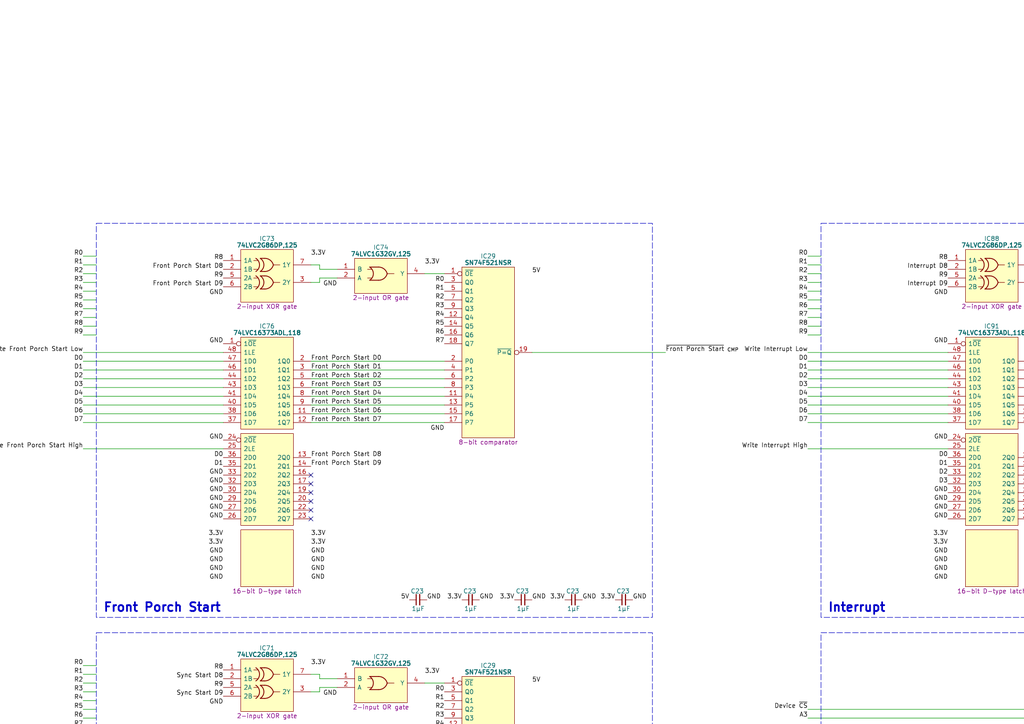
<source format=kicad_sch>
(kicad_sch (version 20230121) (generator eeschema)
  (paper "A4")
  (junction (at 576.58 220.98))
  (junction (at 548.64 210.82))
  (junction (at 577.85 223.52))
  (junction (at 579.12 226.06))
  (junction (at 544.83 218.44))
  (junction (at 548.005 386.08))
  (junction (at 518.795 386.08))
  (junction (at 485.14 129.54))
  (junction (at 580.39 228.6))
  (junction (at 546.1 215.9))
  (junction (at 547.37 213.36))
  (no_connect (at 90.17 378.46))
  (no_connect (at 485.775 320.675))
  (no_connect (at 300.355 150.495))
  (no_connect (at 594.36 100.965))
  (no_connect (at 485.775 325.755))
  (no_connect (at 574.04 454.025))
  (no_connect (at 485.775 315.595))
  (no_connect (at 90.17 381))
  (no_connect (at 90.17 386.08))
  (no_connect (at 309.88 502.285))
  (no_connect (at 90.17 145.415))
  (no_connect (at 485.775 318.135))
  (no_connect (at 90.17 256.54))
  (no_connect (at 534.67 258.445))
  (no_connect (at 544.195 391.16))
  (no_connect (at 300.355 137.795))
  (no_connect (at 591.185 502.285))
  (no_connect (at -75.565 302.26))
  (no_connect (at 90.17 269.24))
  (no_connect (at 90.17 266.7))
  (no_connect (at 329.565 255.27))
  (no_connect (at 90.17 140.335))
  (no_connect (at 90.17 388.62))
  (no_connect (at 300.355 145.415))
  (no_connect (at 300.355 140.335))
  (no_connect (at 90.17 375.92))
  (no_connect (at 359.41 499.745))
  (no_connect (at 309.88 512.445))
  (no_connect (at 90.17 493.395))
  (no_connect (at 90.17 503.555))
  (no_connect (at 309.88 469.9))
  (no_connect (at 90.17 264.16))
  (no_connect (at 328.93 389.255))
  (no_connect (at 309.88 447.675))
  (no_connect (at 90.17 150.495))
  (no_connect (at 485.775 323.215))
  (no_connect (at 603.25 324.485))
  (no_connect (at 328.93 384.175))
  (no_connect (at 300.355 142.875))
  (no_connect (at 90.17 498.475))
  (no_connect (at 90.17 259.08))
  (no_connect (at 574.04 443.865))
  (no_connect (at 90.17 506.095))
  (no_connect (at 90.17 501.015))
  (no_connect (at 90.17 261.62))
  (no_connect (at 90.17 147.955))
  (no_connect (at 90.17 137.795))
  (no_connect (at 300.355 147.955))
  (no_connect (at 512.445 454.025))
  (no_connect (at 90.17 495.935))
  (no_connect (at 90.17 383.54))
  (no_connect (at 90.17 142.875))
  (wire (pts (xy 548.005 140.335) (xy 568.96 140.335)))
  (wire (pts (xy 24.13 102.235) (xy 64.77 102.235)))
  (wire (pts (xy 24.13 198.12) (xy 27.94 198.12)))
  (wire (pts (xy 609.6 441.325) (xy 613.41 441.325)))
  (wire (pts (xy 609.6 88.265) (xy 613.41 88.265)))
  (wire (pts (xy 444.5 500.38) (xy 448.31 500.38)))
  (wire (pts (xy 24.13 241.3) (xy 64.77 241.3)))
  (wire (pts (xy 234.315 130.175) (xy 274.955 130.175)))
  (wire (pts (xy 300.355 76.835) (xy 302.895 76.835)))
  (wire (pts (xy 444.5 328.295) (xy 460.375 328.295)))
  (wire (pts (xy 609.6 106.045) (xy 613.41 106.045)))
  (wire (pts (xy 123.19 198.12) (xy 128.905 198.12)))
  (wire (pts (xy 577.85 196.85) (xy 577.85 223.52)))
  (wire (pts (xy 613.41 145.415) (xy 594.36 145.415)))
  (wire (pts (xy 403.225 480.06) (xy 309.88 480.06)))
  (wire (pts (xy 24.13 345.44) (xy 64.77 345.44)))
  (wire (pts (xy 444.5 448.945) (xy 487.045 448.945)))
  (wire (pts (xy 302.895 76.835) (xy 302.895 78.105)))
  (wire (pts (xy 548.005 129.54) (xy 548.005 140.335)))
  (wire (pts (xy 24.13 470.535) (xy 64.77 470.535)))
  (wire (pts (xy 613.41 321.945) (xy 603.25 321.945)))
  (wire (pts (xy 302.895 81.915) (xy 300.355 81.915)))
  (wire (pts (xy 402.59 374.015) (xy 328.93 374.015)))
  (wire (pts (xy 329.565 307.975) (xy 403.225 307.975)))
  (wire (pts (xy 300.355 104.775) (xy 339.09 104.775)))
  (wire (pts (xy 444.5 220.98) (xy 509.27 220.98)))
  (wire (pts (xy 359.41 509.905) (xy 403.225 509.905)))
  (wire (pts (xy 300.355 120.015) (xy 339.09 120.015)))
  (wire (pts (xy 359.41 507.365) (xy 403.225 507.365)))
  (wire (pts (xy 402.59 346.075) (xy 328.93 346.075)))
  (wire (pts (xy 90.17 114.935) (xy 128.905 114.935)))
  (wire (pts (xy 547.37 213.36) (xy 534.67 213.36)))
  (wire (pts (xy 534.67 263.525) (xy 613.41 263.525)))
  (wire (pts (xy 558.165 306.705) (xy 558.165 311.785)))
  (wire (pts (xy 496.57 330.835) (xy 485.775 330.835)))
  (wire (pts (xy 485.775 328.295) (xy 495.3 328.295)))
  (wire (pts (xy 444.5 250.825) (xy 509.27 250.825)))
  (wire (pts (xy 90.17 432.435) (xy 92.71 432.435)))
  (wire (pts (xy 24.13 228.6) (xy 64.77 228.6)))
  (wire (pts (xy 24.13 355.6) (xy 64.77 355.6)))
  (wire (pts (xy 560.705 349.25) (xy 539.75 349.25)))
  (wire (pts (xy 444.5 255.905) (xy 509.27 255.905)))
  (wire (pts (xy 92.71 76.835) (xy 92.71 78.105)))
  (wire (pts (xy 92.71 78.105) (xy 97.79 78.105)))
  (wire (pts (xy 403.225 257.81) (xy 329.565 257.81)))
  (wire (pts (xy 577.85 223.52) (xy 613.41 223.52)))
  (wire (pts (xy 24.13 89.535) (xy 27.94 89.535)))
  (wire (pts (xy 613.41 226.06) (xy 579.12 226.06)))
  (wire (pts (xy 90.17 226.06) (xy 128.905 226.06)))
  (wire (pts (xy 609.6 438.785) (xy 613.41 438.785)))
  (wire (pts (xy 24.13 208.28) (xy 27.94 208.28)))
  (wire (pts (xy 234.315 114.935) (xy 274.955 114.935)))
  (wire (pts (xy 24.13 112.395) (xy 64.77 112.395)))
  (wire (pts (xy 92.71 80.645) (xy 92.71 81.915)))
  (wire (pts (xy 444.5 333.375) (xy 460.375 333.375)))
  (wire (pts (xy 234.315 122.555) (xy 274.955 122.555)))
  (wire (pts (xy 300.355 109.855) (xy 339.09 109.855)))
  (wire (pts (xy 90.17 345.44) (xy 128.905 345.44)))
  (wire (pts (xy 123.19 79.375) (xy 128.905 79.375)))
  (wire (pts (xy 234.95 469.9) (xy 284.48 469.9)))
  (wire (pts (xy 24.13 104.775) (xy 64.77 104.775)))
  (wire (pts (xy 24.13 81.915) (xy 27.94 81.915)))
  (wire (pts (xy 24.13 220.98) (xy 64.77 220.98)))
  (wire (pts (xy 24.13 109.855) (xy 64.77 109.855)))
  (wire (pts (xy 90.17 465.455) (xy 128.905 465.455)))
  (wire (pts (xy 234.315 215.9) (xy 304.165 215.9)))
  (wire (pts (xy 609.6 83.185) (xy 613.41 83.185)))
  (wire (pts (xy 613.41 150.495) (xy 594.36 150.495)))
  (wire (pts (xy 609.6 90.805) (xy 613.41 90.805)))
  (wire (pts (xy 444.5 446.405) (xy 487.045 446.405)))
  (wire (pts (xy 234.315 104.775) (xy 274.955 104.775)))
  (wire (pts (xy 24.13 223.52) (xy 64.77 223.52)))
  (wire (pts (xy 24.13 92.075) (xy 27.94 92.075)))
  (wire (pts (xy 613.41 228.6) (xy 580.39 228.6)))
  (wire (pts (xy 90.17 342.9) (xy 128.905 342.9)))
  (wire (pts (xy 403.225 290.195) (xy 329.565 290.195)))
  (wire (pts (xy 300.355 122.555) (xy 339.09 122.555)))
  (wire (pts (xy 518.795 386.08) (xy 518.795 388.62)))
  (wire (pts (xy 444.5 208.28) (xy 509.27 208.28)))
  (wire (pts (xy 539.75 330.835) (xy 559.435 330.835)))
  (wire (pts (xy 234.315 205.74) (xy 304.165 205.74)))
  (wire (pts (xy 302.895 78.105) (xy 307.975 78.105)))
  (wire (pts (xy 444.5 260.985) (xy 509.27 260.985)))
  (wire (pts (xy 24.13 445.135) (xy 27.94 445.135)))
  (wire (pts (xy 444.5 451.485) (xy 487.045 451.485)))
  (wire (pts (xy 444.5 129.54) (xy 485.14 129.54)))
  (wire (pts (xy 24.13 462.915) (xy 64.77 462.915)))
  (wire (pts (xy 92.71 81.915) (xy 90.17 81.915)))
  (wire (pts (xy 496.57 345.44) (xy 496.57 333.375)))
  (wire (pts (xy 90.17 355.6) (xy 128.905 355.6)))
  (wire (pts (xy 402.59 351.155) (xy 328.93 351.155)))
  (wire (pts (xy 154.305 340.36) (xy 193.04 340.36)))
  (wire (pts (xy 613.41 334.645) (xy 603.25 334.645)))
  (wire (pts (xy 123.19 434.975) (xy 128.905 434.975)))
  (wire (pts (xy 444.5 80.645) (xy 474.98 80.645)))
  (wire (pts (xy 613.41 337.185) (xy 603.25 337.185)))
  (wire (pts (xy 234.315 208.28) (xy 304.165 208.28)))
  (wire (pts (xy 444.5 504.19) (xy 448.31 504.19)))
  (wire (pts (xy 234.315 237.49) (xy 304.165 237.49)))
  (wire (pts (xy 24.13 238.76) (xy 64.77 238.76)))
  (wire (pts (xy 193.04 220.98) (xy 154.305 220.98)))
  (wire (pts (xy 24.13 452.755) (xy 27.94 452.755)))
  (wire (pts (xy 609.6 95.885) (xy 613.41 95.885)))
  (wire (pts (xy 24.13 473.075) (xy 64.77 473.075)))
  (wire (pts (xy 307.975 80.645) (xy 302.895 80.645)))
  (wire (pts (xy 24.13 434.975) (xy 27.94 434.975)))
  (wire (pts (xy 92.71 436.245) (xy 92.71 437.515)))
  (wire (pts (xy 402.59 356.235) (xy 328.93 356.235)))
  (wire (pts (xy 90.17 223.52) (xy 128.905 223.52)))
  (wire (pts (xy 403.225 323.215) (xy 329.565 323.215)))
  (wire (pts (xy 24.13 205.74) (xy 27.94 205.74)))
  (wire (pts (xy 444.5 215.9) (xy 509.27 215.9)))
  (wire (pts (xy 24.13 200.66) (xy 27.94 200.66)))
  (wire (pts (xy 559.435 330.835) (xy 559.435 327.025)))
  (wire (pts (xy 24.13 317.5) (xy 27.94 317.5)))
  (wire (pts (xy 24.13 347.98) (xy 64.77 347.98)))
  (wire (pts (xy 403.225 313.055) (xy 329.565 313.055)))
  (wire (pts (xy 609.6 93.345) (xy 613.41 93.345)))
  (wire (pts (xy 24.13 478.155) (xy 64.77 478.155)))
  (wire (pts (xy 24.13 86.995) (xy 27.94 86.995)))
  (wire (pts (xy 503.555 386.08) (xy 503.555 391.16)))
  (wire (pts (xy 234.315 109.855) (xy 274.955 109.855)))
  (wire (pts (xy 333.375 79.375) (xy 339.09 79.375)))
  (wire (pts (xy 24.13 226.06) (xy 64.77 226.06)))
  (wire (pts (xy 403.225 437.515) (xy 309.88 437.515)))
  (wire (pts (xy 97.79 199.39) (xy 92.71 199.39)))
  (wire (pts (xy 285.115 509.905) (xy 284.48 509.905)))
  (wire (pts (xy 90.17 460.375) (xy 128.905 460.375)))
  (wire (pts (xy 444.5 266.065) (xy 509.27 266.065)))
  (wire (pts (xy 97.79 318.77) (xy 92.71 318.77)))
  (wire (pts (xy 613.41 509.905) (xy 591.185 509.905)))
  (wire (pts (xy 329.565 318.135) (xy 403.225 318.135)))
  (wire (pts (xy 234.315 220.98) (xy 304.165 220.98)))
  (wire (pts (xy 234.315 84.455) (xy 238.125 84.455)))
  (wire (pts (xy 24.13 114.935) (xy 64.77 114.935)))
  (wire (pts (xy 24.13 236.22) (xy 64.77 236.22)))
  (wire (pts (xy 309.88 499.745) (xy 334.01 499.745)))
  (wire (pts (xy 24.13 429.895) (xy 27.94 429.895)))
  (wire (pts (xy 90.17 231.14) (xy 128.905 231.14)))
  (wire (pts (xy 613.41 306.705) (xy 558.165 306.705)))
  (wire (pts (xy 444.5 223.52) (xy 509.27 223.52)))
  (wire (pts (xy 444.5 509.905) (xy 565.785 509.905)))
  (wire (pts (xy 90.17 358.14) (xy 128.905 358.14)))
  (wire (pts (xy 24.13 437.515) (xy 27.94 437.515)))
  (wire (pts (xy 544.83 218.44) (xy 534.67 218.44)))
  (wire (pts (xy 514.35 327.025) (xy 496.57 327.025)))
  (wire (pts (xy 90.17 122.555) (xy 128.905 122.555)))
  (wire (pts (xy 544.195 386.08) (xy 548.005 386.08)))
  (wire (pts (xy 549.91 199.39) (xy 548.64 199.39)))
  (wire (pts (xy 549.91 191.77) (xy 544.83 191.77)))
  (wire (pts (xy 580.39 191.77) (xy 580.39 228.6)))
  (wire (pts (xy 90.17 473.075) (xy 128.905 473.075)))
  (wire (pts (xy 92.71 318.77) (xy 92.71 320.04)))
  (wire (pts (xy 90.17 478.155) (xy 128.905 478.155)))
  (wire (pts (xy 90.17 76.835) (xy 92.71 76.835)))
  (wire (pts (xy 613.41 218.44) (xy 544.83 218.44)))
  (wire (pts (xy 90.17 117.475) (xy 128.905 117.475)))
  (wire (pts (xy 444.5 456.565) (xy 448.31 456.565)))
  (wire (pts (xy 364.49 102.235) (xy 403.225 102.235)))
  (wire (pts (xy 581.66 196.85) (xy 577.85 196.85)))
  (wire (pts (xy 24.13 327.66) (xy 27.94 327.66)))
  (wire (pts (xy 24.13 195.58) (xy 27.94 195.58)))
  (wire (pts (xy 24.13 475.615) (xy 64.77 475.615)))
  (wire (pts (xy 92.71 432.435) (xy 92.71 433.705)))
  (wire (pts (xy 444.5 441.325) (xy 487.045 441.325)))
  (wire (pts (xy 444.5 348.615) (xy 448.31 348.615)))
  (wire (pts (xy 90.17 233.68) (xy 128.905 233.68)))
  (wire (pts (xy 90.17 470.535) (xy 128.905 470.535)))
  (wire (pts (xy 24.13 332.74) (xy 27.94 332.74)))
  (wire (pts (xy 234.315 218.44) (xy 304.165 218.44)))
  (wire (pts (xy 24.13 447.675) (xy 27.94 447.675)))
  (wire (pts (xy 503.555 386.08) (xy 518.795 386.08)))
  (wire (pts (xy 583.565 448.945) (xy 583.565 441.325)))
  (wire (pts (xy 613.41 451.485) (xy 574.04 451.485)))
  (wire (pts (xy 234.315 117.475) (xy 274.955 117.475)))
  (wire (pts (xy 24.13 107.315) (xy 64.77 107.315)))
  (wire (pts (xy 234.315 92.075) (xy 238.125 92.075)))
  (wire (pts (xy 90.17 120.015) (xy 128.905 120.015)))
  (wire (pts (xy 548.005 386.08) (xy 553.085 386.08)))
  (wire (pts (xy 90.17 347.98) (xy 128.905 347.98)))
  (wire (pts (xy 234.315 74.295) (xy 238.125 74.295)))
  (wire (pts (xy 444.5 310.515) (xy 448.31 310.515)))
  (wire (pts (xy 547.37 196.85) (xy 547.37 213.36)))
  (wire (pts (xy 234.315 250.19) (xy 304.165 250.19)))
  (wire (pts (xy 444.5 498.475) (xy 448.31 498.475)))
  (wire (pts (xy 548.005 391.16) (xy 548.005 386.08)))
  (wire (pts (xy 92.71 316.23) (xy 97.79 316.23)))
  (wire (pts (xy 444.5 438.785) (xy 487.045 438.785)))
  (wire (pts (xy 234.315 81.915) (xy 238.125 81.915)))
  (wire (pts (xy 613.41 327.025) (xy 603.25 327.025)))
  (wire (pts (xy 24.13 233.68) (xy 64.77 233.68)))
  (wire (pts (xy 500.38 100.965) (xy 521.97 100.965)))
  (wire (pts (xy 90.17 112.395) (xy 128.905 112.395)))
  (wire (pts (xy 24.13 74.295) (xy 27.94 74.295)))
  (wire (pts (xy 534.67 223.52) (xy 577.85 223.52)))
  (wire (pts (xy 90.17 238.76) (xy 128.905 238.76)))
  (wire (pts (xy 402.59 379.095) (xy 328.93 379.095)))
  (wire (pts (xy 300.355 117.475) (xy 339.09 117.475)))
  (wire (pts (xy 613.41 155.575) (xy 594.36 155.575)))
  (wire (pts (xy 285.115 504.825) (xy 284.48 504.825)))
  (wire (pts (xy 444.5 85.725) (xy 474.98 85.725)))
  (wire (pts (xy 90.17 236.22) (xy 128.905 236.22)))
  (wire (pts (xy 24.13 350.52) (xy 64.77 350.52)))
  (wire (pts (xy 609.6 103.505) (xy 613.41 103.505)))
  (wire (pts (xy 24.13 94.615) (xy 27.94 94.615)))
  (wire (pts (xy 534.67 250.825) (xy 613.41 250.825)))
  (wire (pts (xy 496.57 327.025) (xy 496.57 330.835)))
  (wire (pts (xy 444.5 253.365) (xy 509.27 253.365)))
  (wire (pts (xy 234.315 252.73) (xy 304.165 252.73)))
  (wire (pts (xy 581.66 191.77) (xy 580.39 191.77)))
  (wire (pts (xy 24.13 353.06) (xy 64.77 353.06)))
  (wire (pts (xy 444.5 443.865) (xy 487.045 443.865)))
  (wire (pts (xy 234.95 480.06) (xy 284.48 480.06)))
  (wire (pts (xy 90.17 350.52) (xy 128.905 350.52)))
  (wire (pts (xy 234.315 276.225) (xy 304.165 276.225)))
  (wire (pts (xy 444.5 502.285) (xy 461.01 502.285)))
  (wire (pts (xy 609.6 85.725) (xy 613.41 85.725)))
  (wire (pts (xy 613.41 158.115) (xy 594.36 158.115)))
  (wire (pts (xy 613.41 332.105) (xy 603.25 332.105)))
  (wire (pts (xy 234.315 76.835) (xy 238.125 76.835)))
  (wire (pts (xy 233.68 342.265) (xy 303.53 342.265)))
  (wire (pts (xy 24.13 193.04) (xy 27.94 193.04)))
  (wire (pts (xy 24.13 465.455) (xy 64.77 465.455)))
  (wire (pts (xy 496.57 345.44) (xy 514.35 345.44)))
  (wire (pts (xy 92.71 320.04) (xy 90.17 320.04)))
  (wire (pts (xy 359.41 497.205) (xy 403.225 497.205)))
  (wire (pts (xy 24.13 335.28) (xy 27.94 335.28)))
  (wire (pts (xy 234.315 89.535) (xy 238.125 89.535)))
  (wire (pts (xy 300.355 114.935) (xy 339.09 114.935)))
  (wire (pts (xy 92.71 437.515) (xy 90.17 437.515)))
  (wire (pts (xy 92.71 199.39) (xy 92.71 200.66)))
  (wire (pts (xy 24.13 314.96) (xy 27.94 314.96)))
  (wire (pts (xy 444.5 335.915) (xy 448.31 335.915)))
  (wire (pts (xy 90.17 228.6) (xy 128.905 228.6)))
  (wire (pts (xy 24.13 457.835) (xy 64.77 457.835)))
  (wire (pts (xy 403.225 285.115) (xy 329.565 285.115)))
  (wire (pts (xy 503.555 391.16) (xy 504.825 391.16)))
  (wire (pts (xy 613.41 266.065) (xy 534.67 266.065)))
  (wire (pts (xy 24.13 76.835) (xy 27.94 76.835)))
  (wire (pts (xy 24.13 210.82) (xy 27.94 210.82)))
  (wire (pts (xy 24.13 320.04) (xy 27.94 320.04)))
  (wire (pts (xy 24.13 231.14) (xy 64.77 231.14)))
  (wire (pts (xy 444.5 205.74) (xy 509.27 205.74)))
  (wire (pts (xy 534.67 228.6) (xy 580.39 228.6)))
  (wire (pts (xy 609.6 443.865) (xy 613.41 443.865)))
  (wire (pts (xy 24.13 368.3) (xy 64.77 368.3)))
  (wire (pts (xy 234.315 94.615) (xy 238.125 94.615)))
  (wire (pts (xy 444.5 226.06) (xy 509.27 226.06)))
  (wire (pts (xy 90.17 195.58) (xy 92.71 195.58)))
  (wire (pts (xy 496.57 333.375) (xy 485.775 333.375)))
  (wire (pts (xy 485.14 129.54) (xy 548.005 129.54)))
  (wire (pts (xy 24.13 325.12) (xy 27.94 325.12)))
  (wire (pts (xy 444.5 330.835) (xy 460.375 330.835)))
  (wire (pts (xy 444.5 248.285) (xy 509.27 248.285)))
  (wire (pts (xy 24.13 467.995) (xy 64.77 467.995)))
  (wire (pts (xy 444.5 160.655) (xy 457.835 160.655)))
  (wire (pts (xy 548.64 210.82) (xy 534.67 210.82)))
  (wire (pts (xy 234.315 97.155) (xy 238.125 97.155)))
  (wire (pts (xy 90.17 107.315) (xy 128.905 107.315)))
  (wire (pts (xy 234.315 86.995) (xy 238.125 86.995)))
  (wire (pts (xy 234.315 102.235) (xy 274.955 102.235)))
  (wire (pts (xy 97.79 80.645) (xy 92.71 80.645)))
  (wire (pts (xy 444.5 454.025) (xy 487.045 454.025)))
  (wire (pts (xy 544.83 191.77) (xy 544.83 218.44)))
  (wire (pts (xy 534.67 220.98) (xy 576.58 220.98)))
  (wire (pts (xy 24.13 84.455) (xy 27.94 84.455)))
  (wire (pts (xy 234.95 437.515) (xy 284.48 437.515)))
  (wire (pts (xy 92.71 200.66) (xy 90.17 200.66)))
  (wire (pts (xy 444.5 351.155) (xy 448.31 351.155)))
  (wire (pts (xy 300.355 107.315) (xy 339.09 107.315)))
  (wire (pts (xy 534.67 248.285) (xy 613.41 248.285)))
  (wire (pts (xy 90.17 104.775) (xy 128.905 104.775)))
  (wire (pts (xy 123.19 317.5) (xy 128.905 317.5)))
  (wire (pts (xy 444.5 228.6) (xy 509.27 228.6)))
  (wire (pts (xy 24.13 358.14) (xy 64.77 358.14)))
  (wire (pts (xy 546.1 215.9) (xy 534.67 215.9)))
  (wire (pts (xy 485.14 129.54) (xy 485.14 139.7)))
  (wire (pts (xy 302.895 80.645) (xy 302.895 81.915)))
  (wire (pts (xy 548.64 199.39) (xy 548.64 210.82)))
  (wire (pts (xy 90.17 467.995) (xy 128.905 467.995)))
  (wire (pts (xy 233.68 375.285) (xy 303.53 375.285)))
  (wire (pts (xy 309.88 509.905) (xy 334.01 509.905)))
  (wire (pts (xy 444.5 343.535) (xy 448.31 343.535)))
  (wire (pts (xy 579.12 194.31) (xy 579.12 226.06)))
  (wire (pts (xy 486.41 502.285) (xy 508.635 502.285)))
  (wire (pts (xy 92.71 196.85) (xy 97.79 196.85)))
  (wire (pts (xy 234.315 107.315) (xy 274.955 107.315)))
  (wire (pts (xy 24.13 130.175) (xy 64.77 130.175)))
  (wire (pts (xy 300.355 112.395) (xy 339.09 112.395)))
  (wire (pts (xy 613.41 210.82) (xy 548.64 210.82)))
  (wire (pts (xy 540.385 311.785) (xy 558.165 311.785)))
  (wire (pts (xy 613.41 160.655) (xy 594.36 160.655)))
  (wire (pts (xy 90.17 475.615) (xy 128.905 475.615)))
  (wire (pts (xy 485.14 139.7) (xy 510.54 139.7)))
  (wire (pts (xy 90.17 241.3) (xy 128.905 241.3)))
  (wire (pts (xy 444.5 213.36) (xy 509.27 213.36)))
  (wire (pts (xy 591.185 499.745) (xy 613.41 499.745)))
  (wire (pts (xy 402.59 340.995) (xy 328.93 340.995)))
  (wire (pts (xy 444.5 218.44) (xy 509.27 218.44)))
  (wire (pts (xy 609.6 100.965) (xy 613.41 100.965)))
  (wire (pts (xy 24.13 342.9) (xy 64.77 342.9)))
  (wire (pts (xy 444.5 210.82) (xy 509.27 210.82)))
  (wire (pts (xy 495.3 313.055) (xy 514.985 313.055)))
  (wire (pts (xy 234.315 242.57) (xy 304.165 242.57)))
  (wire (pts (xy 609.6 98.425) (xy 613.41 98.425)))
  (wire (pts (xy 576.58 220.98) (xy 613.41 220.98)))
  (wire (pts (xy 576.58 199.39) (xy 576.58 220.98)))
  (wire (pts (xy 444.5 163.195) (xy 457.835 163.195)))
  (wire (pts (xy 403.225 274.955) (xy 329.565 274.955)))
  (wire (pts (xy 24.13 248.92) (xy 64.77 248.92)))
  (wire (pts (xy 591.185 512.445) (xy 613.41 512.445)))
  (wire (pts (xy 403.225 280.035) (xy 329.565 280.035)))
  (wire (pts (xy 92.71 433.705) (xy 97.79 433.705)))
  (wire (pts (xy 444.5 313.055) (xy 460.375 313.055)))
  (wire (pts (xy 24.13 322.58) (xy 27.94 322.58)))
  (wire (pts (xy 613.41 253.365) (xy 534.67 253.365)))
  (wire (pts (xy 613.41 329.565) (xy 603.25 329.565)))
  (wire (pts (xy 444.5 496.57) (xy 448.31 496.57)))
  (wire (pts (xy 90.17 462.915) (xy 128.905 462.915)))
  (wire (pts (xy 90.17 360.68) (xy 128.905 360.68)))
  (wire (pts (xy 24.13 485.775) (xy 64.77 485.775)))
  (wire (pts (xy 234.95 432.435) (xy 284.48 432.435)))
  (wire (pts (xy 24.13 312.42) (xy 27.94 312.42)))
  (wire (pts (xy 90.17 314.96) (xy 92.71 314.96)))
  (wire (pts (xy 154.305 102.235) (xy 193.04 102.235)))
  (wire (pts (xy 92.71 314.96) (xy 92.71 316.23)))
  (wire (pts (xy 444.5 346.075) (xy 448.31 346.075)))
  (wire (pts (xy 560.705 329.565) (xy 577.85 329.565)))
  (wire (pts (xy 285.115 499.745) (xy 284.48 499.745)))
  (wire (pts (xy 24.13 440.055) (xy 27.94 440.055)))
  (wire (pts (xy 90.17 109.855) (xy 128.905 109.855)))
  (wire (pts (xy 193.04 457.835) (xy 154.305 457.835)))
  (wire (pts (xy 546.1 194.31) (xy 546.1 215.9)))
  (wire (pts (xy 613.41 142.875) (xy 594.36 142.875)))
  (wire (pts (xy 534.67 226.06) (xy 579.12 226.06)))
  (wire (pts (xy 24.13 432.435) (xy 27.94 432.435)))
  (wire (pts (xy 534.035 499.745) (xy 565.785 499.745)))
  (wire (pts (xy 24.13 330.2) (xy 27.94 330.2)))
  (wire (pts (xy 24.13 213.36) (xy 27.94 213.36)))
  (wire (pts (xy 444.5 338.455) (xy 448.31 338.455)))
  (wire (pts (xy 549.91 196.85) (xy 547.37 196.85)))
  (wire (pts (xy 285.115 514.985) (xy 284.48 514.985)))
  (wire (pts (xy 24.13 122.555) (xy 64.77 122.555)))
  (wire (pts (xy 613.41 153.035) (xy 594.36 153.035)))
  (wire (pts (xy 234.315 79.375) (xy 238.125 79.375)))
  (wire (pts (xy 613.41 319.405) (xy 603.25 319.405)))
  (wire (pts (xy 24.13 360.68) (xy 64.77 360.68)))
  (wire (pts (xy 495.3 328.295) (xy 495.3 313.055)))
  (wire (pts (xy 24.13 203.2) (xy 27.94 203.2)))
  (wire (pts (xy 613.41 147.955) (xy 594.36 147.955)))
  (wire (pts (xy 559.435 327.025) (xy 577.85 327.025)))
  (wire (pts (xy 581.66 199.39) (xy 576.58 199.39)))
  (wire (pts (xy 613.41 260.985) (xy 534.67 260.985)))
  (wire (pts (xy 444.5 263.525) (xy 509.27 263.525)))
  (wire (pts (xy 613.41 448.945) (xy 583.565 448.945)))
  (wire (pts (xy 560.705 329.565) (xy 560.705 349.25)))
  (wire (pts (xy 234.95 447.675) (xy 284.48 447.675)))
  (wire (pts (xy 24.13 442.595) (xy 27.94 442.595)))
  (wire (pts (xy 234.315 120.015) (xy 274.955 120.015)))
  (wire (pts (xy 547.37 100.965) (xy 568.96 100.965)))
  (wire (pts (xy 92.71 195.58) (xy 92.71 196.85)))
  (wire (pts (xy 24.13 215.9) (xy 27.94 215.9)))
  (wire (pts (xy 24.13 460.375) (xy 64.77 460.375)))
  (wire (pts (xy 97.79 436.245) (xy 92.71 436.245)))
  (wire (pts (xy 24.13 79.375) (xy 27.94 79.375)))
  (wire (pts (xy 583.565 441.325) (xy 574.04 441.325)))
  (wire (pts (xy 24.13 340.36) (xy 64.77 340.36)))
  (wire (pts (xy 613.41 215.9) (xy 546.1 215.9)))
  (wire (pts (xy 234.315 112.395) (xy 274.955 112.395)))
  (wire (pts (xy 613.41 255.905) (xy 534.67 255.905)))
  (wire (pts (xy 90.17 353.06) (xy 128.905 353.06)))
  (wire (pts (xy 613.41 213.36) (xy 547.37 213.36)))
  (wire (pts (xy 24.13 117.475) (xy 64.77 117.475)))
  (wire (pts (xy 24.13 120.015) (xy 64.77 120.015)))
  (wire (pts (xy 234.315 247.65) (xy 304.165 247.65)))
  (wire (pts (xy 549.91 194.31) (xy 546.1 194.31)))
  (wire (pts (xy 24.13 450.215) (xy 27.94 450.215)))
  (wire (pts (xy 444.5 459.105) (xy 448.31 459.105)))
  (wire (pts (xy 24.13 97.155) (xy 27.94 97.155)))
  (wire (pts (xy 579.12 194.31) (xy 581.66 194.31)))
  (wire (pts (xy 444.5 340.995) (xy 448.31 340.995)))
  (rectangle (start 27.94 421.005) (end 189.23 535.305) (stroke (width 0) (type dash)))
  (rectangle (start 448.31 361.95) (end 609.6 417.195) (stroke (width 0) (type dash)))
  (rectangle (start 448.31 64.77) (end 609.6 179.07) (stroke (width 0) (type dash)))
  (rectangle (start 27.94 302.26) (end 189.23 416.56) (stroke (width 0) (type dash)))
  (rectangle (start 448.31 183.515) (end 609.6 297.815) (stroke (width 0) (type dash)))
  (rectangle (start 238.125 183.515) (end 399.415 416.56) (stroke (width 0) (type dash)))
  (rectangle (start 448.31 480.06) (end 609.6 535.305) (stroke (width 0) (type dash)))
  (rectangle (start 238.125 64.77) (end 399.415 179.07) (stroke (width 0) (type dash)))
  (rectangle (start 27.94 183.515) (end 189.23 297.815) (stroke (width 0) (type dash)))
  (rectangle (start 448.31 302.26) (end 609.6 357.505) (stroke (width 0) (type dash)))
  (rectangle (start 238.125 421.005) (end 399.415 535.305) (stroke (width 0) (type dash)))
  (rectangle (start 448.31 421.005) (end 609.6 476.25) (stroke (width 0) (type dash)))
  (rectangle (start 27.94 64.77) (end 189.23 179.07) (stroke (width 0) (type dash)))
  (text "Device Select" (at 240.03 415.29 0) (effects (font (size 2.54 2.54) (thickness 0.508) bold) (justify left bottom)))
  (text "Row Counter" (at 450.215 175.26 0) (effects (font (size 2.54 2.54) (thickness 0.508) bold) (justify left bottom)))
  (text "Input Signals" (at 451.485 294.005 0) (effects (font (size 2.54 2.54) (thickness 0.508) bold) (justify left bottom)))
  (text "Half-clock Signal Offset" (at 450.85 473.71 0) (effects (font (size 2.54 2.54) (thickness 0.508) bold) (justify left bottom)))
  (text "Sync Start" (at 29.845 296.545 0) (effects (font (size 2.54 2.54) (thickness 0.508) bold) (justify left bottom)))
  (text "Vertical Blank" (at 240.03 534.035 0) (effects (font (size 2.54 2.54) (thickness 0.508) bold) (justify left bottom)))
  (text "Back Porch Start" (at 29.845 415.29 0) (effects (font (size 2.54 2.54) (thickness 0.508) bold) (justify left bottom)))
  (text "Power and Spares" (at 450.85 414.02 0) (effects (font (size 2.54 2.54) (thickness 0.508) bold) (justify left bottom)))
  (text "Interrupt" (at 240.03 177.8 0) (effects (font (size 2.54 2.54) (thickness 0.508) bold) (justify left bottom)))
  (text "Front Porch Start" (at 29.845 177.8 0) (effects (font (size 2.54 2.54) (thickness 0.508) bold) (justify left bottom)))
  (text "Flags and Outputs" (at 450.85 354.33 0) (effects (font (size 2.54 2.54) (thickness 0.508) bold) (justify left bottom)))
  (text "Interrupt" (at 450.85 532.13 0) (effects (font (size 2.54 2.54) (thickness 0.508) bold) (justify left bottom)))
  (text "Back Porch End" (at 29.845 534.035 0) (effects (font (size 2.54 2.54) (thickness 0.508) bold) (justify left bottom)))
  (label "R6" (at 339.09 97.155 180))
  (label "R7" (at 128.905 99.695 180))
  (label "R7" (at 234.315 92.075 180))
  (label "D4" (at 24.13 233.68 180))
  (label "Enable" (at 548.64 446.405 180))
  (label "Read Row High ~{CS}" (at 329.565 252.73 0))
  (label "GND" (at 304.165 240.03 180))
  (label "3.3V" (at 359.41 173.99 180))
  (label "5V" (at -75.565 281.94 180))
  (label "R8" (at 64.77 194.31 180))
  (label "GND" (at 90.17 406.4 0))
  (label "5V" (at 118.745 292.735 180))
  (label "D3" (at 24.13 350.52 180))
  (label "3.3V" (at 566.42 173.99 180))
  (label "3.3V" (at 512.445 438.785 0))
  (label "R4" (at 128.905 330.2 180))
  (label "R8" (at 613.41 103.505 0))
  (label "3.3V" (at 518.795 173.99 180))
  (label "Write Flags ~{CS}" (at 303.53 354.965 180))
  (label "First Row" (at 577.85 319.405 180))
  (label "Interrupt D9" (at 274.955 83.185 180))
  (label "GND" (at 521.97 103.505 180))
  (label "D4" (at 234.315 114.935 180))
  (label "3.3V" (at 570.23 191.77 0))
  (label "Write Front Porch Start High ~{CS}" (at 329.565 210.82 0))
  (label "Horizontal Sync" (at 613.41 438.785 0))
  (label "R7" (at 510.54 142.24 180))
  (label "GND" (at 284.48 512.445 180))
  (label "3.3V" (at 149.225 173.99 180))
  (label "D5" (at 24.13 117.475 180))
  (label "~{Pixel CLK}" (at 334.01 494.665 180))
  (label "Interrupt D8" (at 300.355 132.715 0))
  (label "5V" (at 118.745 173.99 180))
  (label "Front Porch Start D2" (at 90.17 109.855 0))
  (label "Device ~{CS}" (at 234.315 237.49 180))
  (label "GND" (at 90.17 516.255 0))
  (label "GND" (at 90.17 403.86 0))
  (label "GND" (at 154.305 173.99 0))
  (label "GND" (at 460.375 315.595 180))
  (label "D3_{IN{slash}OUT}" (at -75.565 325.12 180))
  (label "GND" (at 349.25 530.225 0))
  (label "~{Horizontal Sync}" (at 514.35 347.98 180))
  (label "Last Row + 1 _{OUT}" (at -47.625 322.58 0))
  (label "GND" (at 64.77 261.62 180))
  (label "3.3V" (at 284.48 482.6 180))
  (label "GND" (at 64.77 142.875 180))
  (label "Clear Interrupt" (at 402.59 351.155 0))
  (label "~{WD}_{IN}" (at -75.565 289.56 180))
  (label "GND" (at 64.77 165.735 180))
  (label "3.3V" (at 300.355 158.115 0))
  (label "GND" (at 587.375 352.425 0))
  (label "5V" (at 509.27 245.745 180))
  (label "GND" (at 509.905 391.16 0))
  (label "Vertical Blank" (at 403.225 497.205 0))
  (label "D1" (at 64.77 373.38 180))
  (label "~{Back Porch Start} _{CMP}" (at 193.04 340.36 0))
  (label "GND" (at 64.77 388.62 180))
  (label "GND" (at 274.955 168.275 180))
  (label "~{Clear Interrupt}" (at 508.635 502.285 180))
  (label "~{WD}" (at 303.53 347.345 180))
  (label "Last Row + 1 _{OUT}" (at 613.41 321.945 0))
  (label "GND" (at 377.19 411.48 0))
  (label "R3" (at 24.13 200.66 180))
  (label "Back Porch End D1" (at 90.805 462.915 0))
  (label "3.3V" (at 483.235 158.115 0))
  (label "~{Back Porch Start} _{CMP}" (at -47.625 281.94 0) (effects (font italic)))
  (label "3.3V" (at 500.38 80.645 0))
  (label "3.3V" (at 284.48 450.215 180))
  (label "3.3V" (at 133.985 411.48 180))
  (label "~{WD}" (at 613.41 248.285 0))
  (label "3.3V" (at 387.985 411.48 180))
  (label "Write Front Porch Start Low" (at 24.13 102.235 180))
  (label "Vertical Sync" (at 403.225 507.365 0))
  (label "3.3V" (at 64.77 155.575 180))
  (label "D2" (at 613.41 223.52 0))
  (label "~{Interrupt}" (at 577.85 332.105 180))
  (label "GND" (at -75.565 317.5 180))
  (label "Enable" (at 444.5 80.645 180))
  (label "~{Read Row High}" (at 483.235 163.195 0))
  (label "R9" (at 64.77 80.645 180))
  (label "GND" (at 64.77 279.4 180))
  (label "R9" (at 613.41 106.045 0))
  (label "R1" (at 24.13 314.96 180))
  (label "~{Back Porch End} _{CMP}" (at 193.04 457.835 0))
  (label "Write Back Porch Start High" (at 403.225 313.055 0))
  (label "GND" (at 460.375 325.755 180))
  (label "R3" (at 128.905 445.135 180))
  (label "First Pixel" (at 613.41 253.365 0))
  (label "Write Interrupt Low" (at 234.315 102.235 180))
  (label "D5" (at 234.315 117.475 180))
  (label "D3" (at 24.13 231.14 180))
  (label "GND" (at 565.785 507.365 180))
  (label "D0" (at 535.94 160.02 0))
  (label "GND" (at 64.77 163.195 180))
  (label "Read Row Low" (at 444.5 160.655 180))
  (label "3.3V" (at 601.98 199.39 0))
  (label "Horizontal Blank _{OUT}" (at -47.625 335.28 0))
  (label "D0" (at 444.5 333.375 180))
  (label "GND" (at 509.27 231.14 180))
  (label "3.3V" (at 284.48 477.52 180))
  (label "R4" (at 234.315 84.455 180))
  (label "GND" (at 571.5 173.99 0))
  (label "D0" (at 64.77 251.46 180))
  (label "Sync Start D2" (at 90.17 228.6 0))
  (label "R2" (at 613.41 88.265 0))
  (label "GND" (at 90.17 518.795 0))
  (label "R9" (at 24.13 452.755 180))
  (label "3.3V" (at 284.48 472.44 180))
  (label "5V" (at 118.745 530.225 180))
  (label "3.3V" (at 565.785 504.825 180))
  (label "R3" (at 24.13 437.515 180))
  (label "R3" (at 500.38 95.885 0))
  (label "Device ~{CS} _{IN}" (at -75.565 307.34 180))
  (label "GND" (at 474.98 90.805 180))
  (label "GND" (at 460.375 318.135 180))
  (label "~{WD}" (at 304.165 281.305 180))
  (label "GND" (at 339.09 125.095 180))
  (label "A3" (at 234.315 208.28 180))
  (label "R2" (at 24.13 317.5 180))
  (label "D6" (at 24.13 120.015 180))
  (label "3.3V" (at 329.565 237.49 0))
  (label "Read Row High ~{CS}" (at 303.53 377.825 180))
  (label "Back Porch Start D5" (at 90.17 355.6 0))
  (label "Write Back Porch End Low" (at 403.225 318.135 0))
  (label "~{Reset}" (at 565.785 514.985 180))
  (label "Sync Start D9" (at 90.17 254 0))
  (label "3.3V" (at 340.36 411.48 180))
  (label "5V" (at 582.93 292.735 180))
  (label "GND" (at 568.96 88.265 180))
  (label "3.3V" (at 594.36 137.795 0))
  (label "~{Back Porch End}" (at 568.96 83.185 180))
  (label "R0" (at 24.13 193.04 180))
  (label "GND" (at 474.98 93.345 180))
  (label "3.3V" (at 284.48 445.135 180))
  (label "D0" (at 234.315 104.775 180))
  (label "GND" (at 313.69 411.48 0))
  (label "R6" (at 128.905 97.155 180))
  (label "GND" (at -75.565 294.64 180))
  (label "~{RD}" (at 303.53 380.365 180))
  (label "~{Vertical Sync}" (at 444.5 343.535 180))
  (label "5V" (at 154.305 434.975 0))
  (label "GND" (at 154.305 292.735 0))
  (label "3.3V" (at 304.165 210.82 180))
  (label "First Pixel" (at 521.97 85.725 180))
  (label "Write Front Porch Start High" (at 24.13 130.175 180))
  (label "Back Porch Start D3" (at 90.17 350.52 0))
  (label "3.3V" (at 568.96 98.425 180))
  (label "~{Vertical Sync}" (at 514.35 329.565 180))
  (label "Front Porch Start D8" (at 64.77 78.105 180))
  (label "GND" (at 570.23 528.32 0))
  (label "~{Front Porch Start} _{CMP}" (at 234.95 437.515 180))
  (label "D4" (at 535.94 149.86 0))
  (label "Horizontal Blank" (at 512.445 451.485 0))
  (label "First Row" (at 403.225 480.06 0))
  (label "GND" (at 577.85 339.725 180))
  (label "3.3V" (at 149.225 530.225 180))
  (label "GND" (at 601.345 470.535 0))
  (label "D2_{IN{slash}OUT}" (at -75.565 327.66 180))
  (label "Write Back Porch Start Low ~{CS}" (at 329.565 218.44 0))
  (label "GND" (at 64.77 516.255 180))
  (label "Sync Start D5" (at 90.17 236.22 0))
  (label "Write Back Porch End High" (at 403.225 323.215 0))
  (label "GND" (at 274.955 163.195 180))
  (label "3.3V" (at 149.225 292.735 180))
  (label "GND" (at 168.91 173.99 0))
  (label "~{Front Porch Start} _{CMP}" (at 193.04 102.235 0))
  (label "Vertical Blank _{OUT}" (at -47.625 332.74 0))
  (label "GND" (at 577.85 324.485 180))
  (label "~{Reset _{IN}}" (at -75.565 309.88 180))
  (label "R7" (at 24.13 330.2 180))
  (label "R8" (at 64.77 75.565 180))
  (label "Read Row Low" (at 402.59 374.015 0))
  (label "GND" (at 97.79 201.93 180))
  (label "GND" (at 345.44 411.48 0))
  (label "D3" (at 274.955 140.335 180))
  (label "R5" (at 24.13 205.74 180))
  (label "3.3V" (at 163.83 292.735 180))
  (label "GND" (at 571.5 352.425 0))
  (label "R9" (at 568.96 158.115 180))
  (label "R2" (at 24.13 79.375 180))
  (label "~{WD}" (at 303.53 352.425 180))
  (label "~{Interrupt} _{CMP}" (at 565.785 502.285 180))
  (label "R9" (at 594.36 90.805 0))
  (label "Write Interrupt Low ~{CS}" (at 329.565 240.03 0))
  (label "GND" (at 514.985 315.595 180))
  (label "3.3V" (at 300.355 74.295 0))
  (label "Vertical Sync _{OUT}" (at 613.41 327.025 0))
  (label "~{Back Porch Start}" (at 285.115 514.985 180))
  (label "Horizontal Blank" (at 577.85 337.185 180))
  (label "D3" (at 613.41 153.035 0))
  (label "D7_{IN{slash}OUT}" (at -75.565 312.42 180))
  (label "R3" (at 613.41 90.805 0))
  (label "D4" (at 24.13 353.06 180))
  (label "GND" (at 90.17 401.32 0))
  (label "GND" (at 139.065 530.225 0))
  (label "GND" (at 154.305 530.225 0))
  (label "GND" (at 364.49 530.225 0))
  (label "Write Interrupt High ~{CS}" (at 329.565 242.57 0))
  (label "D2" (at 234.315 109.855 180))
  (label "3.3V" (at 90.17 511.175 0))
  (label "R4" (at 24.13 84.455 180))
  (label "D6" (at 535.94 144.78 0))
  (label "GND" (at 90.17 523.875 0))
  (label "Vertical Sync" (at 514.35 332.105 180))
  (label "GND" (at 603.25 292.735 0))
  (label "R4" (at 128.905 92.075 180))
  (label "3.3V" (at 486.41 499.745 0))
  (label "R1" (at 339.09 84.455 180))
  (label "R7" (at 24.13 210.82 180))
  (label "Enable" (at 444.5 310.515 180))
  (label "GND" (at 183.515 173.99 0))
  (label "D6" (at 234.315 120.015 180))
  (label "GND" (at 64.77 455.295 180))
  (label "GND" (at 64.77 441.325 180))
  (label "Last Pixel + 1 _{HALF CYCLE}" (at 565.785 497.205 180))
  (label "D0" (at 24.13 223.52 180))
  (label "D0" (at 24.13 460.375 180))
  (label "Horizontal Sync" (at 444.5 351.155 180))
  (label "R3" (at 234.315 81.915 180))
  (label "D3" (at 24.13 112.395 180))
  (label "Sync Start D8" (at 64.77 196.85 180))
  (label "R3" (at 128.905 327.66 180))
  (label "R6" (at 547.37 93.345 0))
  (label "GND" (at 307.975 83.185 180))
  (label "3.3V" (at 90.17 276.86 0))
  (label "GND" (at 64.77 284.48 180))
  (label "GND" (at 183.515 530.225 0))
  (label "~{Horizontal Sync}" (at 512.445 443.865 0))
  (label "GND" (at 585.47 470.535 0))
  (label "Back Porch Start D6" (at 90.17 358.14 0))
  (label "GND" (at 168.91 530.225 0))
  (label "GND" (at 568.96 147.955 180))
  (label "Interrupt D9" (at 300.355 135.255 0))
  (label "~{Enable}" (at -47.625 284.48 0))
  (label "Reset Disable ~{CS}" (at 444.5 509.905 180))
  (label "R6" (at 234.315 89.535 180))
  (label "3.3V" (at 64.77 276.86 180))
  (label "3.3V" (at 547.37 80.645 0))
  (label "~{Back Porch Start}" (at 309.88 467.36 0))
  (label "3.3V" (at 90.17 513.715 0))
  (label "3.3V" (at 329.565 205.74 0))
  (label "R0" (at 128.905 81.915 180))
  (label "GND" (at 568.96 103.505 180))
  (label "D5" (at 24.13 236.22 180))
  (label "3.3V" (at 582.295 173.99 180))
  (label "3.3V" (at 388.62 173.99 180))
  (label "Write Back Porch End Low ~{CS}" (at 329.565 223.52 0))
  (label "GND" (at 303.53 360.045 180))
  (label "R10" (at 594.36 93.345 0))
  (label "Back Porch End D5" (at 90.805 473.075 0))
  (label "GND" (at 548.64 459.105 180))
  (label "Interrupt D5" (at 300.355 117.475 0))
  (label "3.3V" (at 64.77 393.7 180))
  (label "Horizontal Sync _{IN}" (at -47.625 287.02 0))
  (label "5V" (at 503.555 386.08 180))
  (label "R3" (at 128.905 89.535 180))
  (label "D0" (at 64.77 488.315 180))
  (label "D2" (at 24.13 347.98 180))
  (label "3.3V" (at 308.61 411.48 180))
  (label "5V" (at -47.625 330.2 0))
  (label "3.3V" (at 123.19 76.835 0))
  (label "D3" (at 535.94 152.4 0))
  (label "R4" (at 24.13 322.58 180))
  (label "R2" (at 500.38 93.345 0))
  (label "3.3V" (at 388.62 530.225 180))
  (label "R8" (at 594.36 88.265 0))
  (label "GND" (at 64.77 337.82 180))
  (label "GND" (at 123.825 292.735 0))
  (label "3.3V" (at 470.535 346.075 180))
  (label "R1" (at 500.38 90.805 0))
  (label "GND" (at 90.17 284.48 0))
  (label "R5" (at 24.13 442.595 180))
  (label "GND" (at 64.77 137.795 180))
  (label "A3" (at -75.565 287.02 180))
  (label "TC_{4567}" (at 548.005 100.965 0))
  (label "3.3V" (at 90.17 155.575 0))
  (label "GND" (at 274.955 165.735 180))
  (label "GND" (at 64.77 99.695 180))
  (label "R2" (at 24.13 198.12 180))
  (label "D3" (at 234.315 112.395 180))
  (label "3.3V" (at 374.015 530.225 180))
  (label "Interrupt Enable" (at 613.41 306.705 0))
  (label "R1" (at 128.905 84.455 180))
  (label "GND" (at 304.165 327.025 180))
  (label "GND" (at 64.77 398.78 180))
  (label "3.3V" (at 309.88 464.82 0))
  (label "Back Porch End D9" (at 90.17 490.855 0))
  (label "GND" (at 64.77 147.955 180))
  (label "R0" (at 234.315 74.295 180))
  (label "~{Sync Start} _{CMP}" (at 193.04 220.98 0))
  (label "Enable" (at 613.41 509.905 0))
  (label "3.3V" (at 303.53 382.905 180))
  (label "D1" (at 24.13 345.44 180))
  (label "R4" (at 547.37 88.265 0))
  (label "GND" (at 475.615 346.075 0))
  (label "Write Back Porch Start Low" (at 403.225 307.975 0))
  (label "Vertical Sync" (at 444.5 346.075 180))
  (label "R7" (at 24.13 92.075 180))
  (label "Sync Start D6" (at 90.17 238.76 0))
  (label "Sync Start D8" (at 90.17 251.46 0))
  (label "Device ~{CS}" (at 444.5 205.74 180))
  (label "Back Porch End D9" (at 64.77 438.785 180))
  (label "R6" (at 128.905 452.755 180))
  (label "~{RD}_{IN}" (at -75.565 292.1 180))
  (label "GND" (at 168.91 411.48 0))
  (label "~{Back Porch End}" (at 521.97 83.185 180))
  (label "TC_{0123}" (at 501.015 100.965 0))
  (label "GND" (at 274.955 160.655 180))
  (label "5V" (at 534.67 205.74 0))
  (label "GND" (at 90.17 521.335 0))
  (label "~{Reset}" (at 508.635 497.205 180))
  (label "R1" (at 24.13 76.835 180))
  (label "R5" (at 128.905 213.36 180))
  (label "Back Porch Start D1" (at 90.17 345.44 0))
  (label "D5_{IN{slash}OUT}" (at -75.565 320.04 180))
  (label "3.3V" (at 548.64 451.485 180))
  (label "GND" (at 90.17 163.195 0))
  (label "GND" (at 510.54 162.56 180))
  (label "Interrupt Enable" (at 508.635 499.745 180))
  (label "3.3V" (at 178.435 173.99 180))
  (label "~{Front Porch Start} _{CMP}" (at -47.625 276.86 0) (effects (font italic)))
  (label "R1" (at 24.13 195.58 180))
  (label "R8" (at 234.315 94.615 180))
  (label "D0_{IN{slash}OUT}" (at 444.5 228.6 180))
  (label "GND" (at 64.77 523.875 180))
  (label "GND" (at 460.375 320.675 180))
  (label "GND" (at 139.065 411.48 0))
  (label "GND" (at 90.17 160.655 0))
  (label "3.3V" (at 328.93 371.475 0))
  (label "3.3V" (at 334.01 507.365 180))
  (label "GND" (at 64.77 287.02 180))
  (label "GND" (at 555.625 173.99 0))
  (label "R8" (at 568.96 160.655 180))
  (label "3.3V" (at 123.19 432.435 0))
  (label "R4" (at 613.41 93.345 0))
  (label "R7" (at 128.905 455.295 180))
  (label "R2" (at 128.905 325.12 180))
  (label "~{Back Porch End}" (at 309.88 477.52 0))
  (label "GND" (at 509.27 268.605 180))
  (label "D7" (at 613.41 210.82 0))
  (label "GND" (at -47.625 317.5 0))
  (label "R0" (at 510.54 160.02 180))
  (label "3.3V" (at 329.565 305.435 0))
  (label "R5" (at 510.54 147.32 180))
  (label "GND" (at 97.79 83.185 180))
  (label "R6" (at 510.54 144.78 180))
  (label "GND" (at 64.77 403.86 180))
  (label "D0" (at 274.955 132.715 180))
  (label "R0" (at 24.13 312.42 180))
  (label "Write Sync Start High ~{CS}" (at 304.165 288.925 180))
  (label "Write Back Porch Start Low ~{CS}" (at 304.165 306.705 180))
  (label "GND" (at 123.825 411.48 0))
  (label "GND" (at 568.96 93.345 180))
  (label "GND" (at 128.905 363.22 180))
  (label "R5" (at 128.905 94.615 180))
  (label "D7" (at 24.13 360.68 180))
  (label "3.3V" (at 274.955 158.115 180))
  (label "R5" (at 128.905 332.74 180))
  (label "GND" (at 361.315 411.48 0))
  (label "GND" (at 568.96 145.415 180))
  (label "First Pixel _{IN}" (at 444.5 253.365 180))
  (label "Write Sync Start High ~{CS}" (at 329.565 215.9 0))
  (label "3.3V" (at 334.01 497.205 180))
  (label "~{WD}" (at 304.165 314.325 180))
  (label "Write Back Porch End Low" (at 24.13 457.835 180))
  (label "3.3V" (at 344.17 173.99 180))
  (label "Last Pixel + 1 _{IN}" (at -75.565 299.72 180))
  (label "R8" (at 24.13 450.215 180))
  (label "D3" (at 24.13 467.995 180))
  (label "GND" (at 487.045 459.105 180))
  (label "GND" (at 461.01 504.825 180))
  (label "~{Pixel CLK}" (at 548.64 448.945 180))
  (label "R0" (at 24.13 429.895 180))
  (label "GND" (at 393.7 530.225 0))
  (label "GND" (at 284.48 517.525 180))
  (label "3.3V" (at 344.17 530.225 180))
  (label "~{RD}" (at 444.5 208.28 180))
  (label "R2" (at 128.905 205.74 180))
  (label "3.3V" (at 566.42 352.425 180))
  (label "D1" (at 24.13 107.315 180))
  (label "Horizontal Sync _{OUT}" (at -47.625 325.12 0))
  (label "Sync Start D1" (at 90.17 226.06 0))
  (label "GND" (at 128.905 243.84 180))
  (label "3.3V" (at 178.435 411.48 180))
  (label "Read Row High" (at 444.5 163.195 180))
  (label "3.3V" (at 303.53 387.985 180))
  (label "GND" (at 64.77 501.015 180))
  (label "R5" (at 613.41 95.885 0))
  (label "GND" (at 274.955 127.635 180))
  (label "R6" (at 613.41 98.425 0))
  (label "R7" (at 339.09 99.695 180))
  (label "A0" (at 234.315 220.98 180))
  (label "GND" (at 284.48 502.285 180))
  (label "GND" (at 460.375 310.515 180))
  (label "3.3V" (at 359.41 530.225 180))
  (label "Back Porch End D2" (at 90.805 465.455 0))
  (label "~{Pixel CLK}" (at 444.5 448.945 180))
  (label "3.3V" (at 123.19 314.96 0))
  (label "A1" (at 234.315 218.44 180))
  (label "D3" (at 64.77 378.46 180))
  (label "R2" (at 510.54 154.94 180))
  (label "Enable" (at 548.64 456.565 180))
  (label "R6" (at 128.905 215.9 180))
  (label "3.3V" (at 574.04 438.785 0))
  (label "R4" (at 24.13 440.055 180))
  (label "3.3V" (at 90.17 74.295 0))
  (label "D6" (at 24.13 358.14 180))
  (label "~{Back Porch Start} _{CMP}" (at 234.95 469.9 180))
  (label "R9" (at 274.955 80.645 180))
  (label "3.3V" (at 133.985 173.99 180))
  (label "Horizontal Sync _{IN}" (at 444.5 443.865 180))
  (label "D7" (at 535.94 142.24 0))
  (label "~{WD}" (at 304.165 319.405 180))
  (label "3.3V" (at 329.565 272.415 0))
  (label "3.3V" (at 90.17 396.24 0))
  (label "3.3V" (at 535.94 137.16 0))
  (label "D4" (at 613.41 218.44 0))
  (label "~{Interrupt} _{CMP}" (at 403.225 102.235 0))
  (label "GND" (at 64.77 518.795 180))
  (label "First Pixel" (at 444.5 456.565 180))
  (label "Horizontal Blank" (at 444.5 340.995 180))
  (label "GND" (at 300.355 163.195 0))
  (label "First Pixel _{HALF CYCLE}" (at 284.48 442.595 180))
  (label "Horizontal Sync" (at 512.445 441.325 0))
  (label "R8" (at 24.13 332.74 180))
  (label "Back Porch Start D8" (at 90.17 370.84 0))
  (label "D1" (at 234.315 107.315 180))
  (label "3.3V" (at 90.17 158.115 0))
  (label "GND" (at 379.095 530.225 0))
  (label "R0" (at 128.905 200.66 180))
  (label "D2" (at 64.77 256.54 180))
  (label "Back Porch End D3" (at 90.805 467.995 0))
  (label "Back Porch Start D9" (at 64.77 321.31 180))
  (label "Write Sync Start Low" (at 24.13 220.98 180))
  (label "GND" (at 183.515 292.735 0))
  (label "GND" (at 90.17 279.4 0))
  (label "D4" (at 24.13 114.935 180))
  (label "3.3V" (at 372.11 411.48 180))
  (label "GND" (at 90.17 398.78 0))
  (label "5V" (at 118.745 411.48 180))
  (label "R7" (at 613.41 100.965 0))
  (label "3.3V" (at 553.085 386.08 0))
  (label "5V" (at 328.93 173.99 180))
  (label "R0" (at 128.905 320.04 180))
  (label "GND" (at 64.77 503.555 180))
  (label "GND" (at 64.77 381 180))
  (label "R6" (at 24.13 445.135 180))
  (label "GND" (at 329.565 411.48 0))
  (label "Sync Start D7" (at 90.17 241.3 0))
  (label "D2" (at 24.13 465.455 180))
  (label "R8" (at 24.13 213.36 180))
  (label "R1" (at 510.54 157.48 180))
  (label "R0" (at 613.41 83.185 0))
  (label "Back Porch Start D9" (at 90.17 373.38 0))
  (label "Device ~{CS} _{IN}" (at 444.5 266.065 180))
  (label "GND" (at 521.97 95.885 180))
  (label "D2" (at 613.41 155.575 0))
  (label "~{Back Porch End}" (at 474.98 83.185 180))
  (label "3.3V" (at 149.225 411.48 180))
  (label "Last Pixel + 1 _{HALF CYCLE}" (at 613.41 451.485 0))
  (label "R3" (at 128.905 208.28 180))
  (label "R1" (at 128.905 322.58 180))
  (label "Read Row Low ~{CS}" (at 329.565 250.19 0))
  (label "3.3V" (at 550.545 173.99 180))
  (label "GND" (at 274.955 145.415 180))
  (label "GND" (at 154.305 411.48 0))
  (label "D5" (at 535.94 147.32 0))
  (label "Enable" (at 487.045 456.565 180))
  (label "D5" (at 24.13 473.075 180))
  (label "~{WD}_{IN}" (at 444.5 248.285 180))
  (label "GND" (at 64.77 264.16 180))
  (label "3.3V" (at 284.48 434.975 180))
  (label "Front Porch Start D0" (at 90.17 104.775 0))
  (label "R8" (at 24.13 94.615 180))
  (label "Write Sync Start Low ~{CS}" (at 304.165 283.845 180))
  (label "GND" (at 64.77 85.725 180))
  (label "D2" (at 24.13 228.6 180))
  (label "~{Interrupt} _{OUT}" (at 613.41 332.105 0))
  (label "GND" (at 518.795 391.16 180))
  (label "Interrupt D3" (at 300.355 112.395 0))
  (label "3.3V" (at 594.36 80.645 0))
  (label "Write Back Porch Start High" (at 24.13 368.3 180))
  (label "D7" (at 234.315 122.555 180))
  (label "D6" (at 613.41 145.415 0))
  (label "Last Row + 1" (at 403.225 437.515 0))
  (label "3.3V" (at 485.775 310.515 0))
  (label "GND" (at 565.785 512.445 180))
  (label "Write Front Porch Start Low" (at 403.225 274.955 0))
  (label "D0" (at 24.13 342.9 180))
  (label "R7" (at 24.13 447.675 180))
  (label "GND" (at 64.77 323.85 180))
  (label "3.3V" (at 90.17 274.32 0))
  (label "Vertical Sync _{SEL}" (at 539.75 330.835 0))
  (label "GND" (at 64.77 168.275 180))
  (label "3.3V" (at 178.435 530.225 180))
  (label "3.3V" (at 534.67 173.99 180))
  (label "Front Porch Start D6" (at 90.17 120.015 0))
  (label "D6_{IN{slash}OUT}" (at -75.565 314.96 180))
  (label "R0" (at 500.38 88.265 0))
  (label "Write Interrupt Low ~{CS}" (at 303.53 339.725 180))
  (label "GND" (at 304.165 226.06 180))
  (label "D5" (at 613.41 215.9 0))
  (label "GND" (at 568.96 90.805 180))
  (label "D2" (at 64.77 375.92 180))
  (label "~{Sync Start} _{CMP}" (at 234.95 447.675 180))
  (label "Back Porch End D0" (at 90.805 460.375 0))
  (label "~{Interrupt} _{OUT}" (at -47.625 327.66 0))
  (label "Front Porch Start D5" (at 90.17 117.475 0))
  (label "GND" (at 577.85 314.325 180))
  (label "R2" (at 24.13 434.975 180))
  (label "GND" (at 284.48 485.14 180))
  (label "GND" (at 539.75 173.99 0))
  (label "3.3V" (at 596.265 470.535 180))
  (label "A2" (at 234.315 215.9 180))
  (label "3.3V" (at 334.01 502.285 180))
  (label "First Row _{OUT}" (at -47.625 320.04 0))
  (label "D0" (at 613.41 228.6 0))
  (label "Write Interrupt High ~{CS}" (at 303.53 344.805 180))
  (label "D6" (at 613.41 213.36 0))
  (label "~{Pixel CLK}" (at 613.41 260.985 0))
  (label "3.3V" (at 474.98 88.265 180))
  (label "GND" (at 64.77 204.47 180))
  (label "R6" (at 24.13 327.66 180))
  (label "D2_{IN{slash}OUT}" (at 444.5 223.52 180))
  (label "Reset Disable ~{CS}" (at 403.225 257.81 0))
  (label "GND" (at 64.77 218.44 180))
  (label "GND" (at 90.17 165.735 0))
  (label "D7" (at 24.13 241.3 180))
  (label "5V" (at 598.17 292.735 180))
  (label "GND" (at 603.25 352.425 0))
  (label "3.3V" (at 581.025 528.32 180))
  (label "3.3V" (at 178.435 292.735 180))
  (label "GND" (at 274.955 150.495 180))
  (label "Front Porch Start D7" (at 90.17 122.555 0))
  (label "GND" (at 274.955 147.955 180))
  (label "3.3V" (at 591.185 497.205 0))
  (label "Interrupt D4" (at 300.355 114.935 0))
  (label "GND" (at 64.77 401.32 180))
  (label "Interrupt D2" (at 300.355 109.855 0))
  (label "D0" (at 613.41 160.655 0))
  (label "~{Sync Start}" (at 285.115 509.905 180))
  (label "Write Sync Start Low" (at 403.225 285.115 0))
  (label "D7" (at 24.13 478.155 180))
  (label "Write Back Porch End High" (at 24.13 485.775 180))
  (label "Read Row Low ~{CS}" (at 303.53 372.745 180))
  (label "R7" (at 128.905 337.82 180))
  (label "GND" (at 586.105 528.32 0))
  (label "~{Reset}" (at 444.5 496.57 180))
  (label "Interrupt D8" (at 274.955 78.105 180))
  (label "3.3V" (at 324.485 411.48 180))
  (label "3.3V" (at 374.015 173.99 180))
  (label "3.3V" (at 300.355 155.575 0))
  (label "Write Front Porch Start Low ~{CS}" (at 304.165 273.685 180))
  (label "3.3V" (at 601.98 191.77 0))
  (label "R4" (at 24.13 203.2 180))
  (label "~{Horizontal Sync}" (at 613.41 441.325 0))
  (label "Interrupt D7" (at 300.355 122.555 0))
  (label "R3" (at 24.13 320.04 180))
  (label "GND" (at 64.77 150.495 180))
  (label "R0" (at 24.13 74.295 180))
  (label "D1" (at 64.77 254 180))
  (label "D1" (at 535.94 157.48 0))
  (label "3.3V" (at 474.98 98.425 180))
  (label "Vertical Blank" (at 444.5 338.455 180))
  (label "~{WD}" (at 304.165 286.385 180))
  (label "R1" (at 24.13 432.435 180))
  (label "3.3V" (at 163.83 173.99 180))
  (label "R5" (at 24.13 325.12 180))
  (label "GND" (at 128.905 125.095 180))
  (label "D3" (at 613.41 220.98 0))
  (label "First Pixel" (at 444.5 85.725 180))
  (label "GND" (at 64.77 160.655 180))
  (label "Front Porch Start D4" (at 90.17 114.935 0))
  (label "~{Pixel CLK} _{IN}" (at 444.5 260.985 180))
  (label "3.3V" (at 582.295 352.425 180))
  (label "~{Interrupt}" (at 613.41 499.745 0))
  (label "3.3V" (at 356.235 411.48 180))
  (label "GND" (at 64.77 269.24 180))
  (label "D6" (at 24.13 238.76 180))
  (label "GND" (at 457.835 165.735 180))
  (label "R6" (at 128.905 335.28 180))
  (label "GND" (at 139.065 173.99 0))
  (label "R2" (at 234.315 79.375 180))
  (label "D7" (at 613.41 142.875 0))
  (label "D2" (at 444.5 328.295 180))
  (label "3.3V" (at 570.23 196.85 0))
  (label "D4_{IN{slash}OUT}" (at 444.5 218.44 180))
  (label "~{Interrupt} _{CMP}" (at 444.5 504.19 180))
  (label "R9" (at 64.77 436.245 180))
  (label "3.3V" (at 565.15 528.32 180))
  (label "GND" (at 183.515 411.48 0))
  (label "Horizontal Sync _{SEL}" (at 539.75 349.25 0))
  (label "5V" (at 534.67 243.205 0))
  (label "Write Back Porch Start High ~{CS}" (at 329.565 220.98 0))
  (label "GND" (at 304.165 257.81 180))
  (label "Sync Start D4" (at 90.17 233.68 0))
  (label "R2" (at 339.09 86.995 180))
  (label "D0" (at 64.77 370.84 180))
  (label "~{Horizontal Sync}" (at 444.5 348.615 180))
  (label "3.3V" (at 596.9 528.32 180))
  (label "R9" (at 64.77 318.77 180))
  (label "GND" (at 460.375 323.215 180))
  (label "Horizontal Blank _{IN}" (at -47.625 289.56 0))
  (label "D1" (at 24.13 462.915 180))
  (label "3.3V" (at 359.41 494.665 0))
  (label "~{Reset}" (at 613.41 263.525 0))
  (label "~{Read Row Low}" (at -75.565 335.28 180))
  (label "GND" (at 64.77 386.08 180))
  (label "Vertical Blank _{OUT}" (at 613.41 334.645 0))
  (label "A1" (at -75.565 279.4 180))
  (label "Sync Start D0" (at 90.17 223.52 0))
  (label "Last Pixel + 1" (at 444.5 459.105 180))
  (label "GND" (at 64.77 127.635 180))
  (label "~{Pixel CLK}" (at 444.5 438.785 180))
  (label "First Pixel" (at 568.96 85.725 180))
  (label "Write Flags ~{CS}" (at 329.565 247.65 0))
  (label "First Pixel" (at 548.64 443.865 180))
  (label "Write Front Porch Start High" (at 403.225 280.035 0))
  (label "Back Porch Start D8" (at 64.77 316.23 180))
  (label "GND" (at 393.7 173.99 0))
  (label "3.3V" (at 444.5 441.325 180))
  (label "3.3V" (at 580.39 470.535 180))
  (label "Write Sync Start Low ~{CS}" (at 329.565 213.36 0))
  (label "Write Front Porch Start High ~{CS}" (at 304.165 278.765 180))
  (label "A1" (at 234.315 250.19 180))
  (label "GND" (at 123.825 530.225 0))
  (label "First Pixel _{IN}" (at -75.565 297.18 180))
  (label "GND" (at 587.375 173.99 0))
  (label "First Pixel _{HALF CYCLE}" (at 234.95 432.435 180))
  (label "~{Front Porch Start}" (at 285.115 499.745 180))
  (label "~{Vertical Sync}" (at 403.225 509.905 0))
  (label "GND" (at 64.77 406.4 180))
  (label "Horizontal Sync _{OUT}" (at 613.41 329.565 0))
  (label "Interrupt D6" (at 300.355 120.015 0))
  (label "R9" (at 24.13 215.9 180))
  (label "Interrupt D1" (at 300.355 107.315 0))
  (label "Sync Start D9" (at 64.77 201.93 180))
  (label "A2" (at -75.565 284.48 180))
  (label "D0_{IN{slash}OUT}" (at -75.565 332.74 180))
  (label "GND" (at 139.065 292.735 0))
  (label "3.3V" (at 570.23 199.39 0))
  (label "R7" (at 128.905 218.44 180))
  (label "GND" (at 508.635 504.825 180))
  (label "D4" (at 24.13 470.535 180))
  (label "3.3V" (at 333.375 76.835 0))
  (label "Write Interrupt Low" (at 402.59 340.995 0))
  (label "GND" (at 284.48 452.755 180))
  (label "D7_{IN{slash}OUT}" (at 444.5 210.82 180))
  (label "GND" (at 97.79 321.31 180))
  (label "Back Porch End D8" (at 64.77 433.705 180))
  (label "3.3V" (at 284.48 467.36 180))
  (label "GND" (at 128.905 480.695 180))
  (label "R4" (at 339.09 92.075 180))
  (label "R0" (at 339.09 81.915 180))
  (label "Back Porch End D8" (at 90.17 488.315 0))
  (label "GND" (at 274.955 142.875 180))
  (label "~{Pixel CLK} _{IN}" (at -75.565 304.8 180))
  (label "Last Pixel + 1" (at 548.64 454.025 180))
  (label "D1_{IN{slash}OUT}" (at -75.565 330.2 180))
  (label "R8" (at 274.955 75.565 180))
  (label "Write Back Porch End High ~{CS}" (at 304.165 321.945 180))
  (label "3.3V" (at 163.83 530.225 180))
  (label "D2" (at 535.94 154.94 0))
  (label "GND" (at 284.48 497.205 180))
  (label "R2" (at 128.905 442.595 180))
  (label "3.3V" (at 274.955 155.575 180))
  (label "GND" (at 300.355 165.735 0))
  (label "D1" (at 613.41 226.06 0))
  (label "D3_{IN{slash}OUT}" (at 444.5 220.98 180))
  (label "R3" (at 510.54 152.4 180))
  (label "3.3V" (at 601.98 196.85 0))
  (label "R9" (at 24.13 97.155 180))
  (label "A0" (at 234.315 252.73 180))
  (label "~{Pixel CLK}" (at 548.64 438.785 180))
  (label "~{RD}_{IN}" (at 444.5 250.825 180))
  (label "D0" (at 24.13 104.775 180))
  (label "GND" (at 90.17 168.275 0))
  (label "GND" (at 523.875 173.99 0))
  (label "D3" (at 64.77 495.935 180))
  (label "~{Sync Start}" (at 309.88 445.135 0))
  (label "GND" (at 568.96 95.885 180))
  (label "R3" (at 24.13 81.915 180))
  (label "3.3V" (at 90.17 193.04 0))
  (label "~{Pixel CLK}" (at 334.01 504.825 180))
  (label "3.3V" (at 123.19 195.58 0))
  (label "GND" (at 565.785 517.525 180))
  (label "3.3V" (at 90.17 429.895 0))
  (label "GND" (at 521.97 90.805 180))
  (label "A3" (at 234.315 242.57 180))
  (label "GND" (at 284.48 507.365 180))
  (label "GND" (at 97.79 438.785 180))
  (label "D1_{IN{slash}OUT}" (at 444.5 226.06 180))
  (label "Back Porch Start D2" (at 90.17 347.98 0))
  (label "Write Flags" (at 444.5 313.055 180))
  (label "R10" (at 568.96 155.575 180))
  (label "Write Back Porch Start High ~{CS}" (at 304.165 311.785 180))
  (label "5V" (at 364.49 79.375 0))
  (label "GND" (at 123.825 173.99 0))
  (label "Interrupt Enable" (at 444.5 498.475 180))
  (label "R8" (at 64.77 313.69 180))
  (label "3.3V" (at 309.88 432.435 0))
  (label "GND" (at 474.98 103.505 180))
  (label "~{Reset _{IN}}" (at 444.5 263.525 180))
  (label "D4" (at 613.41 150.495 0))
  (label "3.3V" (at 309.88 497.205 0))
  (label "Enable" (at 444.5 446.405 180))
  (label "R2" (at 128.905 86.995 180))
  (label "3.3V" (at 334.01 512.445 180))
  (label "3.3V" (at 64.77 158.115 180))
  (label "GND" (at 509.27 258.445 180))
  (label "D2" (at 24.13 109.855 180))
  (label "GND" (at 568.96 163.195 180))
  (label "D1" (at 64.77 135.255 180))
  (label "GND" (at 334.01 173.99 0))
  (label "3.3V" (at 444.5 451.485 180))
  (label "Back Porch End D4" (at 90.805 470.535 0))
  (label "D1" (at 613.41 158.115 0))
  (label "5V" (at 577.85 316.865 180))
  (label "Vertical Blank" (at 577.85 334.645 180))
  (label "First Row _{OUT}" (at 613.41 319.405 0))
  (label "Clear Interrupt ~{CS}" (at 329.565 245.11 0))
  (label "D4_{IN{slash}OUT}" (at -75.565 322.58 180))
  (label "Clear Interrupt ~{CS}" (at 303.53 349.885 180))
  (label "3.3V" (at 64.77 513.715 180))
  (label "3.3V" (at 539.75 345.44 0))
  (label "GND" (at 64.77 498.475 180))
  (label "GND" (at 521.97 93.345 180))
  (label "Front Porch Start D9" (at 90.17 135.255 0))
  (label "~{Read Row High}" (at 568.96 137.795 180))
  (label "3.3V" (at 598.17 173.99 180))
  (label "3.3V" (at 601.98 194.31 0))
  (label "Enable" (at 514.985 310.515 180))
  (label "D6" (at 24.13 475.615 180))
  (label "3.3V" (at 539.75 327.025 0))
  (label "GND" (at 64.77 506.095 180))
  (label "Last Pixel + 1 _{IN}" (at 444.5 255.905 180))
  (label "3.3V" (at 570.23 194.31 0))
  (label "3.3V" (at 548.64 441.325 180))
  (label "Write Front Porch Start Low ~{CS}" (at 329.565 208.28 0))
  (label "R1" (at 128.905 440.055 180))
  (label "Front Porch Start D1" (at 90.17 107.315 0))
  (label "Back Porch Start D4" (at 90.17 353.06 0))
  (label "Front Porch Start D3" (at 90.17 112.395 0))
  (label "~{RD}" (at 303.53 385.445 180))
  (label "Read Row Low" (at 444.5 129.54 180))
  (label "GND" (at 349.25 173.99 0))
  (label "Device ~{CS}" (at 234.315 205.74 180))
  (label "3.3V" (at 521.97 98.425 180))
  (label "D7" (at 24.13 122.555 180))
  (label "Write Flags" (at 402.59 356.235 0))
  (label "R1" (at 613.41 85.725 0))
  (label "R6" (at 24.13 208.28 180))
  (label "~{RD}" (at 303.53 390.525 180))
  (label "GND" (at 64.77 140.335 180))
  (label "GND" (at 64.77 266.7 180))
  (label "3.3V" (at 64.77 511.175 180))
  (label "~{WD}" (at 304.165 291.465 180))
  (label "Enable" (at 568.96 80.645 180))
  (label "GND" (at 379.095 173.99 0))
  (label "GND" (at 64.77 521.335 180))
  (label "~{WD}" (at 303.53 357.505 180))
  (label "3.3V" (at 133.985 530.225 180))
  (label "R4" (at 128.905 447.675 180))
  (label "GND" (at 304.165 294.005 180))
  (label "~{RD}" (at 613.41 250.825 0))
  (label "3.3V" (at 133.985 292.735 180))
  (label "D5" (at 24.13 355.6 180))
  (label "~{Front Porch Start}" (at 309.88 434.975 0))
  (label "~{Back Porch End}" (at 285.115 504.825 180))
  (label "GND" (at 274.955 85.725 180))
  (label "~{WD}" (at 233.68 342.265 180))
  (label "D3" (at 64.77 259.08 180))
  (label "Horizontal Blank _{OUT}" (at 613.41 337.185 0))
  (label "Write Back Porch Start Low" (at 24.13 340.36 180))
  (label "~{Enable}" (at 613.41 512.445 0))
  (label "3.3V" (at 328.93 338.455 0))
  (label "Back Porch Start D7" (at 90.17 360.68 0))
  (label "D5" (at 613.41 147.955 0))
  (label "D5_{IN{slash}OUT}" (at 444.5 215.9 180))
  (label "GND" (at 588.01 292.735 0))
  (label "GND" (at 555.625 352.425 0))
  (label "A0" (at -75.565 276.86 180))
  (label "R0" (at 128.905 437.515 180))
  (label "D2" (at 274.955 137.795 180))
  (label "First Pixel _{HALF CYCLE}" (at 284.48 474.98 180))
  (label "GND" (at 603.25 173.99 0))
  (label "A2" (at 234.315 247.65 180))
  (label "GND" (at 364.49 173.99 0))
  (label "Last Row + 1" (at 577.85 321.945 180))
  (label "Horizontal Blank _{IN}" (at 444.5 454.025 180))
  (label "GND" (at 514.35 353.06 180))
  (label "~{Interrupt} _{CMP}" (at -47.625 279.4 0) (effects (font italic)))
  (label "R11" (at 568.96 153.035 180))
  (label "~{RD}" (at 233.68 375.285 180))
  (label "R4" (at 510.54 149.86 180))
  (label "Sync Start D3" (at 90.17 231.14 0))
  (label "GND" (at 300.355 160.655 0))
  (label "GND" (at -47.625 294.64 0))
  (label "R7" (at 547.37 95.885 0))
  (label "Write Sync Start High" (at 403.225 290.195 0))
  (label "~{WD}" (at 304.165 324.485 180))
  (label "Vertical Sync _{OUT}" (at -47.625 292.1 0))
  (label "5V" (at 154.305 198.12 0))
  (label "R5" (at 339.09 94.615 180))
  (label "Write Back Porch End High ~{CS}" (at 329.565 226.06 0))
  (label "GND" (at 64.77 246.38 180))
  (label "R5" (at 128.905 450.215 180))
  (label "GND" (at 601.98 528.32 0))
  (label "D6_{IN{slash}OUT}" (at 444.5 213.36 180))
  (label "GND" (at 90.17 287.02 0))
  (label "3.3V" (at 474.98 100.965 180))
  (label "Last Pixel + 1 _{HALF CYCLE}" (at 444.5 500.38 180))
  (label "GND" (at 474.98 95.885 180))
  (label "Back Porch End D7" (at 90.805 478.155 0))
  (label "3.3V" (at 64.77 396.24 180))
  (label "GND" (at 568.96 150.495 180))
  (label "GND" (at 514.35 334.645 180))
  (label "5V" (at 154.305 317.5 0))
  (label "GND" (at 64.77 145.415 180))
  (label "Front Porch Start D9" (at 64.77 83.185 180))
  (label "GND" (at 334.01 514.985 180))
  (label "Front Porch Start D8" (at 90.17 132.715 0))
  (label "Horizontal Sync" (at 514.35 350.52 180))
  (label "R1" (at 234.315 76.835 180))
  (label "Back Porch Start D0" (at 90.17 342.9 0))
  (label "Horizontal Blank" (at 613.41 443.865 0))
  (label "GND" (at 274.955 99.695 180))
  (label "GND" (at 553.085 391.16 0))
  (label "GND" (at 300.355 168.275 0))
  (label "GND" (at 64.77 281.94 180))
  (label "3.3V" (at 540.385 309.245 0))
  (label "3.3V" (at 163.83 411.48 180))
  (label "D1" (at 274.955 135.255 180))
  (label "Last Pixel + 1" (at 613.41 255.905 0))
  (label "Write Interrupt High" (at 234.315 130.175 180))
  (label "3.3V" (at 90.17 393.7 0))
  (label "D1" (at 24.13 226.06 180))
  (label "D0" (at 64.77 132.715 180))
  (label "GND" (at 509.27 243.205 180))
  (label "~{Read Row Low}" (at 510.54 137.16 180))
  (label "GND" (at 568.96 142.875 180))
  (label "3.3V" (at 284.48 440.055 180))
  (label "GND" (at 90.17 281.94 0))
  (label "First Pixel _{HALF CYCLE}" (at 284.48 464.82 180))
  (label "GND" (at 303.53 393.065 180))
  (label "R9" (at 64.77 199.39 180))
  (label "5V" (at 598.17 352.425 180))
  (label "Clear Interrupt" (at 444.5 502.285 180))
  (label "GND" (at 64.77 383.54 180))
  (label "Back Porch End D6" (at 90.805 475.615 0))
  (label "GND" (at 460.375 335.915 180))
  (label "R5" (at 24.13 86.995 180))
  (label "5V" (at 154.305 79.375 0))
  (label "~{Interrupt}" (at 444.5 335.915 180))
  (label "R5" (at 547.37 90.805 0))
  (label "R9" (at 24.13 335.28 180))
  (label "GND" (at 521.97 88.265 180))
  (label "R1" (at 128.905 203.2 180))
  (label "~{Read Row Low}" (at 483.235 160.655 0))
  (label "3.3V" (at 550.545 352.425 180))
  (label "D1" (at 444.5 330.835 180))
  (label "R6" (at 24.13 89.535 180))
  (label "Write Back Porch End Low ~{CS}" (at 304.165 316.865 180))
  (label "Read Row High" (at 402.59 379.095 0))
  (label "3.3V" (at 64.77 274.32 180))
  (label "GND" (at 64.77 483.235 180))
  (label "Enable" (at 521.97 80.645 180))
  (label "R11" (at 594.36 95.885 0))
  (label "D2" (at 64.77 493.395 180))
  (label "R8" (at 64.77 431.165 180))
  (label "R9" (at 234.315 97.155 180))
  (label "R5" (at 234.315 86.995 180))
  (label "GND" (at 64.77 365.76 180))
  (label "~{Back Porch End} _{CMP}" (at 234.95 480.06 180))
  (label "Write Interrupt High" (at 402.59 346.075 0))
  (label "R4" (at 128.905 210.82 180))
  (label "Interrupt D0" (at 300.355 104.775 0))
  (label "3.3V" (at 534.035 497.205 0))
  (label "GND" (at 393.065 411.48 0))
  (label "5V" (at 603.25 314.325 0))
  (label "R3" (at 339.09 89.535 180))
  (label "~{WD}" (at 304.165 309.245 180))
  (label "D1" (at 64.77 490.855 180))
  (label "Write Sync Start High" (at 24.13 248.92 180))
  (label "3.3V" (at 90.17 312.42 0))
  (label "Device ~{CS}" (at 613.41 266.065 0))
  (label "GND" (at 168.91 292.735 0))
  (label "~{WD}" (at 234.315 276.225 180))
  (label "First Pixel _{HALF CYCLE}" (at 613.41 448.945 0))
  (symbol (lib_id "HCP65:C_0805") (at 374.015 530.225 0) (unit 1)
    (property "Reference" "C23" (at 376.301 527.685 0))
    (property "Value" "1μF" (at 376.555 532.765 0))
    (property "Footprint" "SamacSys_Parts:C_0805" (effects hide))
    (instances (project "Pico Sound" (path "" (reference "C23") (unit 1))) (project "Video Timer" (path "" (reference "C?") (unit 1)) (path "" (reference "C55") (unit 1)) (path "" (reference "C65") (unit 1))))
  )
  (symbol (lib_id "Nexperia:74LVC573APW,118") (at 460.375 310.515 0) (unit 1)
    (property "Reference" "IC102" (at 473.075 305.435 0))
    (property "Value" "74LVC573APW,118" (at 473.075 307.34 0) (effects (font bold)))
    (property "Footprint" "SOP65P640X110-20N" (effects hide))
    (property "Datasheet" "https://assets.nexperia.com/documents/data-sheet/74LVC573A.pdf" (effects hide))
    (property "Description" "8-bit D-type latch" (at 473.075 339.09 0))
    (property "Height" "1.1" (effects hide))
    (property "Mouser Part Number" "771-74LVC573APW-T" (effects hide))
    (property "Mouser Price/Stock" "https://www.mouser.co.uk/ProductDetail/Nexperia/74LVC573APW118/?qs=me8TqzrmIYU4mlL%252B5pgpig%3D%3D" (effects hide))
    (property "Manufacturer_Name" "Nexperia" (effects hide))
    (property "Manufacturer_Part_Number" "74LVC573APW,118" (effects hide))
    (property "Silkscreen" "74LVC573APW" (effects hide))
  )
  (symbol (lib_id "Nexperia:74LVC16373ADL,118") (at 64.77 337.82 0) (unit 1)
    (property "Reference" "IC80" (at 77.47 332.74 0))
    (property "Value" "74LVC16373ADL,118" (at 77.47 334.645 0) (effects (font bold)))
    (property "Footprint" "SOP64P1025X280-48N" (effects hide))
    (property "Datasheet" "https://componentsearchengine.com/Datasheets/1/74LVC16373ADL,118.pdf" (effects hide))
    (property "Description" "16-bit D-type latch" (at 77.47 409.575 0))
    (property "Height" "2.8" (effects hide))
    (property "Mouser Part Number" "771-LVC16373ADL118" (effects hide))
    (property "Mouser Price/Stock" "https://www.mouser.com/Search/Refine.aspx?Keyword=771-LVC16373ADL118" (effects hide))
    (property "Manufacturer_Name" "Nexperia" (effects hide))
    (property "Manufacturer_Part_Number" "74LVC16373ADL,118" (effects hide))
    (property "Silkscreen" "74LVC16373ADL" (effects hide))
  )
  (symbol (lib_id "Bourns:CAY16-103J4LF") (at 581.66 191.77 0) (unit 1)
    (property "Reference" "RN1" (at 591.82 186.69 0))
    (property "Value" "CAY16-103J4LF" (at 591.82 188.595 0))
    (property "Footprint" "SamacSys_Parts:CAY16-J4" (effects hide))
    (property "Datasheet" "https://www.bourns.com/pdfs/CATCAY.pdf" (effects hide))
    (property "Description" "10KΩ 4-array resistor" (at 591.82 202.565 0))
    (property "Manufacturer_Name" "Bourns" (effects hide))
    (property "Manufacturer_Part_Number" "CAY16-103J4LF\n" (effects hide))
    (property "Mouser Part Number" "652-CAY16-103J4LF" (effects hide))
    (property "Mouser Price/Stock" "https://www.mouser.co.uk/ProductDetail/Bourns/CAY16-472J4LF?qs=vjljXApjgZXDWSqaYW6%252BOA%3D%3D" (effects hide))
    (property "Silkscreen" "10KΩ" (effects hide))
    (instances (project "Video Timer" (path "" (reference "RN1") (unit 1)) (path "" (reference "RN6") (unit 1))))
  )
  (symbol (lib_id "HCP65:C_0805") (at 149.225 292.735 0) (unit 1)
    (property "Reference" "C23" (at 151.511 290.195 0))
    (property "Value" "1μF" (at 151.765 295.275 0))
    (property "Footprint" "SamacSys_Parts:C_0805" (effects hide))
    (instances (project "Pico Sound" (path "" (reference "C23") (unit 1))) (project "Video Timer" (path "" (reference "C?") (unit 1)) (path "" (reference "C1") (unit 1)) (path "" (reference "C79") (unit 1))))
  )
  (symbol (lib_id "Nexperia:74LVC1G32GV,125") (at 97.79 196.85 0) (unit 1)
    (property "Reference" "IC72" (at 110.49 190.5 0))
    (property "Value" "74LVC1G32GV,125" (at 110.49 192.405 0) (effects (font bold)))
    (property "Footprint" "SOT95P275X110-5N" (effects hide))
    (property "Datasheet" "https://assets.nexperia.com/documents/data-sheet/74LVC1G32.pdf" (effects hide))
    (property "Description" "2-input OR gate" (at 110.49 205.105 0))
    (property "Height" "1.1" (effects hide))
    (property "Manufacturer_Name" "Nexperia" (effects hide))
    (property "Manufacturer_Part_Number" "74LVC1G32GV,125" (effects hide))
    (property "Mouser Part Number" "771-LVC1G32GV125" (effects hide))
    (property "Mouser Price/Stock" "https://www.mouser.co.uk/ProductDetail/Nexperia/74LVC1G32GV125?qs=me8TqzrmIYXExQH4V9SARg%3D%3D" (effects hide))
    (property "Silkscreen" "'1G32" (effects hide))
  )
  (symbol (lib_id "HCP65:C_0805") (at 344.17 173.99 0) (unit 1)
    (property "Reference" "C23" (at 346.456 171.45 0))
    (property "Value" "1μF" (at 346.71 176.53 0))
    (property "Footprint" "SamacSys_Parts:C_0805" (effects hide))
    (instances (project "Pico Sound" (path "" (reference "C23") (unit 1))) (project "Video Timer" (path "" (reference "C?") (unit 1)) (path "" (reference "C1") (unit 1)) (path "" (reference "C94") (unit 1))))
  )
  (symbol (lib_id "HCP65:C_0805") (at 566.42 173.99 0) (unit 1)
    (property "Reference" "C23" (at 568.706 171.45 0))
    (property "Value" "1μF" (at 568.96 176.53 0))
    (property "Footprint" "SamacSys_Parts:C_0805" (effects hide))
    (instances (project "Pico Sound" (path "" (reference "C23") (unit 1))) (project "Video Timer" (path "" (reference "C?") (unit 1)) (path "" (reference "C31") (unit 1)) (path "" (reference "C113") (unit 1))))
  )
  (symbol (lib_id "HCP65:C_0805") (at 388.62 530.225 0) (unit 1)
    (property "Reference" "C23" (at 390.906 527.685 0))
    (property "Value" "1μF" (at 391.16 532.765 0))
    (property "Footprint" "SamacSys_Parts:C_0805" (effects hide))
    (instances (project "Pico Sound" (path "" (reference "C23") (unit 1))) (project "Video Timer" (path "" (reference "C?") (unit 1)) (path "" (reference "C45") (unit 1)) (path "" (reference "C66") (unit 1))))
  )
  (symbol (lib_id "HCP65:C_0805") (at 596.9 528.32 0) (unit 1)
    (property "Reference" "C23" (at 599.186 525.78 0))
    (property "Value" "1μF" (at 599.44 530.86 0))
    (property "Footprint" "SamacSys_Parts:C_0805" (effects hide))
    (instances (project "Pico Sound" (path "" (reference "C23") (unit 1))) (project "Video Timer" (path "" (reference "C?") (unit 1)) (path "" (reference "C30") (unit 1)) (path "" (reference "C109") (unit 1))))
  )
  (symbol (lib_id "Nexperia:74LVC138APW-Q100J") (at 304.165 203.835 0) (unit 1)
    (property "Reference" "IC42" (at 316.865 200.66 0))
    (property "Value" "74LVC138APW-Q100J" (at 316.865 202.565 0) (effects (font bold)))
    (property "Footprint" "SOP65P640X110-16N" (effects hide))
    (property "Datasheet" "https://assets.nexperia.com/documents/data-sheet/74LVC138A_Q100.pdf" (effects hide))
    (property "Description" "3-to-8 decoder" (at 317.5 229.235 0))
    (property "Height" "1.1" (effects hide))
    (property "Mouser Part Number" "771-74LVC138APWQ100J" (effects hide))
    (property "Mouser Price/Stock" "https://www.mouser.co.uk/ProductDetail/Nexperia/74LVC138APW-Q100J?qs=fi7yB2oewZnXKE82xo%252BhJQ%3D%3D" (effects hide))
    (property "Manufacturer_Name" "Nexperia" (effects hide))
    (property "Manufacturer_Part_Number" "74LVC138APW-Q100J" (effects hide))
    (property "Silkscreen" "74LVC138APW" (effects hide))
    (instances (project "Video Timer" (path "" (reference "IC42") (unit 1)) (path "" (reference "IC85") (unit 1))))
  )
  (symbol (lib_id "Nexperia:74LVC2G86DP,125") (at 274.955 75.565 0) (unit 1)
    (property "Reference" "IC88" (at 287.655 69.215 0))
    (property "Value" "74LVC2G86DP,125" (at 287.655 71.12 0) (effects (font bold)))
    (property "Footprint" "SOP65P400X110-8N" (effects hide))
    (property "Datasheet" "https://assets.nexperia.com/documents/data-sheet/74LVC2G86.pdf" (effects hide))
    (property "Description" "2-input XOR gate" (at 287.655 88.9 0))
    (property "Height" "1.1" (effects hide))
    (property "Manufacturer_Name" "Nexperia" (effects hide))
    (property "Manufacturer_Part_Number" "74LVC2G86DP,125" (effects hide))
    (property "Mouser Part Number" "771-LVC2G86DP125" (effects hide))
    (property "Mouser Price/Stock" "https://www.mouser.co.uk/ProductDetail/Nexperia/74LVC2G86DP125?qs=me8TqzrmIYU4VUcP1CeUGw%3D%3D" (effects hide))
    (property "Silkscreen" "'2G86" (effects hide))
  )
  (symbol (lib_id "Nexperia:74LVC161PW,112") (at 521.97 80.645 0) (unit 1)
    (property "Reference" "IC20" (at 534.67 75.565 0))
    (property "Value" "74LVC161PW,112" (at 534.67 77.47 0) (effects (font bold)))
    (property "Footprint" "SOP65P640X110-16N" (effects hide))
    (property "Datasheet" "https://assets.nexperia.com/documents/data-sheet/74LVC161.pdf" (effects hide))
    (property "Description" "4-bit up counter" (at 534.67 106.68 0))
    (property "Height" "1.1" (effects hide))
    (property "Mouser Part Number" "771-LVC161PW112" (effects hide))
    (property "Mouser Price/Stock" "https://www.mouser.co.uk/ProductDetail/Nexperia/74LVC161PW112?qs=me8TqzrmIYXBQ64YL7POQw%3D%3D" (effects hide))
    (property "Manufacturer_Name" "Nexperia" (effects hide))
    (property "Manufacturer_Part_Number" "74LVC161PW,112" (effects hide))
    (property "Silkscreen" "74LVC161PW" (effects hide))
    (instances (project "Video Timer" (path "" (reference "IC20") (unit 1)) (path "" (reference "IC65") (unit 1))))
  )
  (symbol (lib_id "Nexperia:74LVC2G86DP,125") (at 64.77 194.31 0) (unit 1)
    (property "Reference" "IC71" (at 77.47 187.96 0))
    (property "Value" "74LVC2G86DP,125" (at 77.47 189.865 0) (effects (font bold)))
    (property "Footprint" "SOP65P400X110-8N" (effects hide))
    (property "Datasheet" "https://assets.nexperia.com/documents/data-sheet/74LVC2G86.pdf" (effects hide))
    (property "Description" "2-input XOR gate" (at 77.47 207.645 0))
    (property "Height" "1.1" (effects hide))
    (property "Manufacturer_Name" "Nexperia" (effects hide))
    (property "Manufacturer_Part_Number" "74LVC2G86DP,125" (effects hide))
    (property "Mouser Part Number" "771-LVC2G86DP125" (effects hide))
    (property "Mouser Price/Stock" "https://www.mouser.co.uk/ProductDetail/Nexperia/74LVC2G86DP125?qs=me8TqzrmIYU4VUcP1CeUGw%3D%3D" (effects hide))
    (property "Silkscreen" "'2G86" (effects hide))
  )
  (symbol (lib_id "HCP65:C_0805") (at 149.225 411.48 0) (unit 1)
    (property "Reference" "C23" (at 151.511 408.94 0))
    (property "Value" "1μF" (at 151.765 414.02 0))
    (property "Footprint" "SamacSys_Parts:C_0805" (effects hide))
    (instances (project "Pico Sound" (path "" (reference "C23") (unit 1))) (project "Video Timer" (path "" (reference "C?") (unit 1)) (path "" (reference "C1") (unit 1)) (path "" (reference "C84") (unit 1))))
  )
  (symbol (lib_id "HCP65:C_0805") (at 598.17 292.735 0) (unit 1)
    (property "Reference" "C23" (at 600.456 290.195 0))
    (property "Value" "1μF" (at 600.71 295.275 0))
    (property "Footprint" "SamacSys_Parts:C_0805" (effects hide))
    (instances (project "Pico Sound" (path "" (reference "C23") (unit 1))) (project "Video Timer" (path "" (reference "C?") (unit 1)) (path "" (reference "C38") (unit 1)) (path "" (reference "C70") (unit 1))))
  )
  (symbol (lib_id "HCP65:C_0805") (at 133.985 292.735 0) (unit 1)
    (property "Reference" "C23" (at 136.271 290.195 0))
    (property "Value" "1μF" (at 136.525 295.275 0))
    (property "Footprint" "SamacSys_Parts:C_0805" (effects hide))
    (instances (project "Pico Sound" (path "" (reference "C23") (unit 1))) (project "Video Timer" (path "" (reference "C?") (unit 1)) (path "" (reference "C1") (unit 1)) (path "" (reference "C78") (unit 1))))
  )
  (symbol (lib_id "Nexperia:74LVC74APW,118") (at 284.48 464.82 0) (unit 1)
    (property "Reference" "IC4" (at 296.545 459.74 0) (effects (justify left)))
    (property "Value" "74LVC74APW,118" (at 297.18 461.645 0) (effects (font bold)))
    (property "Footprint" "SOP65P640X110-14N" (effects hide))
    (property "Datasheet" "https://assets.nexperia.com/documents/data-sheet/74LVC74A.pdf" (effects hide))
    (property "Description" "D-type flip-flop" (at 297.18 488.315 0))
    (property "Height" "1.1" (effects hide))
    (property "Mouser Part Number" "771-74LVC74APW-T" (effects hide))
    (property "Mouser Price/Stock" "https://www.mouser.co.uk/ProductDetail/Nexperia/74LVC74APW118?qs=me8TqzrmIYVtXwVfet0lzw%3D%3D" (effects hide))
    (property "Manufacturer_Name" "Nexperia" (effects hide))
    (property "Manufacturer_Part_Number" "74LVC74APW,118" (effects hide))
    (property "Silkscreen" "74LVC74APW" (effects hide))
    (instances (project "Video Timer" (path "" (reference "IC4") (unit 1)) (path "" (reference "IC67") (unit 1))))
  )
  (symbol (lib_id "HCP65:C_0805") (at 388.62 173.99 0) (unit 1)
    (property "Reference" "C23" (at 390.906 171.45 0))
    (property "Value" "1μF" (at 391.16 176.53 0))
    (property "Footprint" "SamacSys_Parts:C_0805" (effects hide))
    (instances (project "Pico Sound" (path "" (reference "C23") (unit 1))) (project "Video Timer" (path "" (reference "C?") (unit 1)) (path "" (reference "C45") (unit 1)) (path "" (reference "C97") (unit 1))))
  )
  (symbol (lib_id "HCP65:C_0805") (at 387.985 411.48 0) (unit 1)
    (property "Reference" "C23" (at 390.271 408.94 0))
    (property "Value" "1μF" (at 390.525 414.02 0))
    (property "Footprint" "SamacSys_Parts:C_0805" (effects hide))
    (instances (project "Pico Sound" (path "" (reference "C23") (unit 1))) (project "Video Timer" (path "" (reference "C?") (unit 1)) (path "" (reference "C29") (unit 1)) (path "" (reference "C71") (unit 1))))
  )
  (symbol (lib_id "HCP65:C_0805") (at 582.295 173.99 0) (unit 1)
    (property "Reference" "C23" (at 584.581 171.45 0))
    (property "Value" "1μF" (at 584.835 176.53 0))
    (property "Footprint" "SamacSys_Parts:C_0805" (effects hide))
    (instances (project "Pico Sound" (path "" (reference "C23") (unit 1))) (project "Video Timer" (path "" (reference "C?") (unit 1)) (path "" (reference "C30") (unit 1)) (path "" (reference "C114") (unit 1))))
  )
  (symbol (lib_id "Texas_Instruments:SN74F521NSR") (at 128.905 317.5 0) (unit 1)
    (property "Reference" "IC29" (at 141.605 312.42 0))
    (property "Value" "SN74F521NSR" (at 141.605 314.325 0) (effects (font bold)))
    (property "Footprint" "SOIC127P780X200-20N" (effects hide))
    (property "Datasheet" "http://www.ti.com/lit/gpn/sn74f521" (effects hide))
    (property "Description" "8-bit comparator" (at 141.605 366.395 0))
    (property "Height" "2" (effects hide))
    (property "Mouser Part Number" "595-SN74F521NSR" (effects hide))
    (property "Mouser Price/Stock" "https://www.mouser.co.uk/ProductDetail/Texas-Instruments/SN74F521NSR?qs=mE33ZKBHyE6KJhInhzfN1g%3D%3D" (effects hide))
    (property "Manufacturer_Name" "Texas Instruments" (effects hide))
    (property "Manufacturer_Part_Number" "SN74F521NSR" (effects hide))
    (property "Silkscreen" "74F521NSR" (effects hide))
    (instances (project "Video Timer" (path "" (reference "IC29") (unit 1)) (path "" (reference "IC79") (unit 1))))
  )
  (symbol (lib_id "HCP65:C_0805") (at 359.41 173.99 0) (unit 1)
    (property "Reference" "C23" (at 361.696 171.45 0))
    (property "Value" "1μF" (at 361.95 176.53 0))
    (property "Footprint" "SamacSys_Parts:C_0805" (effects hide))
    (instances (project "Pico Sound" (path "" (reference "C23") (unit 1))) (project "Video Timer" (path "" (reference "C?") (unit 1)) (path "" (reference "C1") (unit 1)) (path "" (reference "C95") (unit 1))))
  )
  (symbol (lib_id "HCP65:C_0805") (at 133.985 173.99 0) (unit 1)
    (property "Reference" "C23" (at 136.271 171.45 0))
    (property "Value" "1μF" (at 136.525 176.53 0))
    (property "Footprint" "SamacSys_Parts:C_0805" (effects hide))
    (instances (project "Pico Sound" (path "" (reference "C23") (unit 1))) (project "Video Timer" (path "" (reference "C?") (unit 1)) (path "" (reference "C1") (unit 1)) (path "" (reference "C75") (unit 1))))
  )
  (symbol (lib_id "Diodes_Inc:AP7365-33WG-7") (at 518.795 386.08 0) (unit 1)
    (property "Reference" "IC2" (at 531.495 381 0))
    (property "Value" "AP7365-33WG-7" (at 531.495 382.905 0) (effects (font bold)))
    (property "Footprint" "SOT95P285X130-5N" (effects hide))
    (property "Datasheet" "https://componentsearchengine.com/Datasheets/1/AP7365-33WG-7.pdf" (effects hide))
    (property "Description" "3.3V LDO voltage regulator" (at 531.495 394.335 0))
    (property "Height" "1.3" (effects hide))
    (property "Manufacturer_Name" "Diodes Inc." (effects hide))
    (property "Manufacturer_Part_Number" "AP7365-33WG-7" (effects hide))
    (property "Mouser Part Number" "621-AP7365-33WG-7" (effects hide))
    (property "Mouser Price/Stock" "https://www.mouser.co.uk/ProductDetail/Diodes-Incorporated/AP7365-33WG-7?qs=abZ1nkZpTuOZFvxvoFPL0w%3D%3D" (effects hide))
    (property "Arrow Part Number" "AP7365-33WG-7" (effects hide))
    (property "Arrow Price/Stock" "https://www.arrow.com/en/products/ap7365-33wg-7/diodes-incorporated?region=nac" (effects hide))
    (property "Silkscreen" "AP7365" (effects hide))
    (instances (project "Pico Sound" (path "" (reference "IC2") (unit 1))) (project "Video Timer" (path "" (reference "IC7") (unit 1)) (path "" (reference "IC6") (unit 1)) (path "" (reference "IC63") (unit 1))))
  )
  (symbol (lib_id "HCP65:C_0805") (at 118.745 411.48 0) (unit 1)
    (property "Reference" "C23" (at 121.031 408.94 0))
    (property "Value" "1μF" (at 121.285 414.02 0))
    (property "Footprint" "SamacSys_Parts:C_0805" (effects hide))
    (instances (project "Pico Sound" (path "" (reference "C23") (unit 1))) (project "Video Timer" (path "" (reference "C?") (unit 1)) (path "" (reference "C1") (unit 1)) (path "" (reference "C82") (unit 1))))
  )
  (symbol (lib_id "Connector:Conn_01x08_Pin") (at -52.705 325.12 0) (unit 1)
    (property "Reference" "J?" (at -52.705 314.96 0))
    (property "Value" "Conn_01x08_Pin" (at -52.705 337.82 0))
    (property "Footprint" "Connector_PinHeader_2.54mm:PinHeader_1x08_P2.54mm_Vertical" (effects hide))
    (instances (project "Video Timer" (path "" (reference "J?") (unit 1)) (path "" (reference "J3") (unit 1)) (path "" (reference "J7") (unit 1))))
  )
  (symbol (lib_id "Nexperia:74LVC16373ADL,118") (at 64.77 99.695 0) (unit 1)
    (property "Reference" "IC76" (at 77.47 94.615 0))
    (property "Value" "74LVC16373ADL,118" (at 77.47 96.52 0) (effects (font bold)))
    (property "Footprint" "SOP64P1025X280-48N" (effects hide))
    (property "Datasheet" "https://componentsearchengine.com/Datasheets/1/74LVC16373ADL,118.pdf" (effects hide))
    (property "Description" "16-bit D-type latch" (at 77.47 171.45 0))
    (property "Height" "2.8" (effects hide))
    (property "Mouser Part Number" "771-LVC16373ADL118" (effects hide))
    (property "Mouser Price/Stock" "https://www.mouser.com/Search/Refine.aspx?Keyword=771-LVC16373ADL118" (effects hide))
    (property "Manufacturer_Name" "Nexperia" (effects hide))
    (property "Manufacturer_Part_Number" "74LVC16373ADL,118" (effects hide))
    (property "Silkscreen" "74LVC16373ADL" (effects hide))
  )
  (symbol (lib_id "Texas_Instruments:SN74F521NSR") (at 128.905 198.12 0) (unit 1)
    (property "Reference" "IC29" (at 141.605 193.04 0))
    (property "Value" "SN74F521NSR" (at 141.605 194.945 0) (effects (font bold)))
    (property "Footprint" "SOIC127P780X200-20N" (effects hide))
    (property "Datasheet" "http://www.ti.com/lit/gpn/sn74f521" (effects hide))
    (property "Description" "8-bit comparator" (at 141.605 247.015 0))
    (property "Height" "2" (effects hide))
    (property "Mouser Part Number" "595-SN74F521NSR" (effects hide))
    (property "Mouser Price/Stock" "https://www.mouser.co.uk/ProductDetail/Texas-Instruments/SN74F521NSR?qs=mE33ZKBHyE6KJhInhzfN1g%3D%3D" (effects hide))
    (property "Manufacturer_Name" "Texas Instruments" (effects hide))
    (property "Manufacturer_Part_Number" "SN74F521NSR" (effects hide))
    (property "Silkscreen" "74F521NSR" (effects hide))
    (instances (project "Video Timer" (path "" (reference "IC29") (unit 1)) (path "" (reference "IC60") (unit 1))))
  )
  (symbol (lib_id "Nexperia:74LVC1G32GV,125") (at 97.79 316.23 0) (unit 1)
    (property "Reference" "IC78" (at 110.49 309.88 0))
    (property "Value" "74LVC1G32GV,125" (at 110.49 311.785 0) (effects (font bold)))
    (property "Footprint" "SOT95P275X110-5N" (effects hide))
    (property "Datasheet" "https://assets.nexperia.com/documents/data-sheet/74LVC1G32.pdf" (effects hide))
    (property "Description" "2-input OR gate" (at 110.49 324.485 0))
    (property "Height" "1.1" (effects hide))
    (property "Manufacturer_Name" "Nexperia" (effects hide))
    (property "Manufacturer_Part_Number" "74LVC1G32GV,125" (effects hide))
    (property "Mouser Part Number" "771-LVC1G32GV125" (effects hide))
    (property "Mouser Price/Stock" "https://www.mouser.co.uk/ProductDetail/Nexperia/74LVC1G32GV125?qs=me8TqzrmIYXExQH4V9SARg%3D%3D" (effects hide))
    (property "Silkscreen" "'1G32" (effects hide))
  )
  (symbol (lib_id "HCP65:C_0805") (at 566.42 352.425 0) (unit 1)
    (property "Reference" "C23" (at 568.706 349.885 0))
    (property "Value" "1μF" (at 568.96 354.965 0))
    (property "Footprint" "SamacSys_Parts:C_0805" (effects hide))
    (instances (project "Pico Sound" (path "" (reference "C23") (unit 1))) (project "Video Timer" (path "" (reference "C?") (unit 1)) (path "" (reference "C30") (unit 1)) (path "" (reference "C103") (unit 1))))
  )
  (symbol (lib_id "Nexperia:74LVC02APW,118") (at 304.165 273.685 0) (unit 1)
    (property "Reference" "IC7" (at 316.865 267.335 0))
    (property "Value" "74LVC02APW,118" (at 316.865 269.24 0) (effects (font bold)))
    (property "Footprint" "SOP65P640X110-14N" (effects hide))
    (property "Datasheet" "https://assets.nexperia.com/documents/data-sheet/74LVC02A.pdf" (effects hide))
    (property "Description" "2-Input NOR gate" (at 316.865 297.18 0))
    (property "Height" "1.1" (effects hide))
    (property "Mouser Part Number" "771-74LVC02APW-T" (effects hide))
    (property "Mouser Price/Stock" "https://www.mouser.co.uk/ProductDetail/Nexperia/74LVC02APW118?qs=me8TqzrmIYX6VnwIC2vA2w%3D%3D" (effects hide))
    (property "Manufacturer_Name" "Nexperia" (effects hide))
    (property "Manufacturer_Part_Number" "74LVC02APW,118" (effects hide))
    (property "Silkscreen" "74LVC02APW" (effects hide))
    (instances (project "Video Timer" (path "" (reference "IC7") (unit 1)) (path "" (reference "IC86") (unit 1))))
  )
  (symbol (lib_id "Nexperia:74LVC02APW,118") (at 303.53 372.745 0) (unit 1)
    (property "Reference" "IC9" (at 316.23 366.395 0))
    (property "Value" "74LVC02APW,118" (at 316.23 368.3 0) (effects (font bold)))
    (property "Footprint" "SOP65P640X110-14N" (effects hide))
    (property "Datasheet" "https://assets.nexperia.com/documents/data-sheet/74LVC02A.pdf" (effects hide))
    (property "Description" "2-Input NOR gate" (at 316.23 396.24 0))
    (property "Height" "1.1" (effects hide))
    (property "Mouser Part Number" "771-74LVC02APW-T" (effects hide))
    (property "Mouser Price/Stock" "https://www.mouser.co.uk/ProductDetail/Nexperia/74LVC02APW118?qs=me8TqzrmIYX6VnwIC2vA2w%3D%3D" (effects hide))
    (property "Manufacturer_Name" "Nexperia" (effects hide))
    (property "Manufacturer_Part_Number" "74LVC02APW,118" (effects hide))
    (property "Silkscreen" "74LVC02APW" (effects hide))
    (instances (project "Video Timer" (path "" (reference "IC9") (unit 1)) (path "" (reference "IC104") (unit 1))))
  )
  (symbol (lib_id "Nexperia:74LVC1G32GV,125") (at 307.975 78.105 0) (unit 1)
    (property "Reference" "IC89" (at 320.675 71.755 0))
    (property "Value" "74LVC1G32GV,125" (at 320.675 73.66 0) (effects (font bold)))
    (property "Footprint" "SOT95P275X110-5N" (effects hide))
    (property "Datasheet" "https://assets.nexperia.com/documents/data-sheet/74LVC1G32.pdf" (effects hide))
    (property "Description" "2-input OR gate" (at 320.675 86.36 0))
    (property "Height" "1.1" (effects hide))
    (property "Manufacturer_Name" "Nexperia" (effects hide))
    (property "Manufacturer_Part_Number" "74LVC1G32GV,125" (effects hide))
    (property "Mouser Part Number" "771-LVC1G32GV125" (effects hide))
    (property "Mouser Price/Stock" "https://www.mouser.co.uk/ProductDetail/Nexperia/74LVC1G32GV125?qs=me8TqzrmIYXExQH4V9SARg%3D%3D" (effects hide))
    (property "Silkscreen" "'1G32" (effects hide))
  )
  (symbol (lib_id "HCP65:C_0805") (at 374.015 173.99 0) (unit 1)
    (property "Reference" "C23" (at 376.301 171.45 0))
    (property "Value" "1μF" (at 376.555 176.53 0))
    (property "Footprint" "SamacSys_Parts:C_0805" (effects hide))
    (instances (project "Pico Sound" (path "" (reference "C23") (unit 1))) (project "Video Timer" (path "" (reference "C?") (unit 1)) (path "" (reference "C55") (unit 1)) (path "" (reference "C96") (unit 1))))
  )
  (symbol (lib_id "HCP65:C_0805") (at 149.225 173.99 0) (unit 1)
    (property "Reference" "C23" (at 151.511 171.45 0))
    (property "Value" "1μF" (at 151.765 176.53 0))
    (property "Footprint" "SamacSys_Parts:C_0805" (effects hide))
    (instances (project "Pico Sound" (path "" (reference "C23") (unit 1))) (project "Video Timer" (path "" (reference "C?") (unit 1)) (path "" (reference "C1") (unit 1)) (path "" (reference "C72") (unit 1))))
  )
  (symbol (lib_id "HCP65:C_0805") (at 163.83 173.99 0) (unit 1)
    (property "Reference" "C23" (at 166.116 171.45 0))
    (property "Value" "1μF" (at 166.37 176.53 0))
    (property "Footprint" "SamacSys_Parts:C_0805" (effects hide))
    (instances (project "Pico Sound" (path "" (reference "C23") (unit 1))) (project "Video Timer" (path "" (reference "C?") (unit 1)) (path "" (reference "C55") (unit 1)) (path "" (reference "C73") (unit 1))))
  )
  (symbol (lib_id "HCP65:C_0805") (at 133.985 411.48 0) (unit 1)
    (property "Reference" "C23" (at 136.271 408.94 0))
    (property "Value" "1μF" (at 136.525 414.02 0))
    (property "Footprint" "SamacSys_Parts:C_0805" (effects hide))
    (instances (project "Pico Sound" (path "" (reference "C23") (unit 1))) (project "Video Timer" (path "" (reference "C?") (unit 1)) (path "" (reference "C1") (unit 1)) (path "" (reference "C83") (unit 1))))
  )
  (symbol (lib_id "HCP65:C_0805") (at 328.93 173.99 0) (unit 1)
    (property "Reference" "C23" (at 331.216 171.45 0))
    (property "Value" "1μF" (at 331.47 176.53 0))
    (property "Footprint" "SamacSys_Parts:C_0805" (effects hide))
    (instances (project "Pico Sound" (path "" (reference "C23") (unit 1))) (project "Video Timer" (path "" (reference "C?") (unit 1)) (path "" (reference "C1") (unit 1)) (path "" (reference "C93") (unit 1))))
  )
  (symbol (lib_id "Nexperia:74LVC161PW,112") (at 474.98 80.645 0) (unit 1)
    (property "Reference" "IC19" (at 487.68 75.565 0))
    (property "Value" "74LVC161PW,112" (at 487.68 77.47 0) (effects (font bold)))
    (property "Footprint" "SOP65P640X110-16N" (effects hide))
    (property "Datasheet" "https://assets.nexperia.com/documents/data-sheet/74LVC161.pdf" (effects hide))
    (property "Description" "4-bit up counter" (at 487.68 106.68 0))
    (property "Height" "1.1" (effects hide))
    (property "Mouser Part Number" "771-LVC161PW112" (effects hide))
    (property "Mouser Price/Stock" "https://www.mouser.co.uk/ProductDetail/Nexperia/74LVC161PW112?qs=me8TqzrmIYXBQ64YL7POQw%3D%3D" (effects hide))
    (property "Manufacturer_Name" "Nexperia" (effects hide))
    (property "Manufacturer_Part_Number" "74LVC161PW,112" (effects hide))
    (property "Silkscreen" "74LVC161PW" (effects hide))
    (instances (project "Video Timer" (path "" (reference "IC19") (unit 1)) (path "" (reference "IC64") (unit 1))))
  )
  (symbol (lib_id "Nexperia:74LVC74APW,118") (at 284.48 497.205 0) (unit 1)
    (property "Reference" "IC5" (at 296.545 492.125 0) (effects (justify left)))
    (property "Value" "74LVC74APW,118" (at 297.18 494.03 0) (effects (font bold)))
    (property "Footprint" "SOP65P640X110-14N" (effects hide))
    (property "Datasheet" "https://assets.nexperia.com/documents/data-sheet/74LVC74A.pdf" (effects hide))
    (property "Description" "D-type flip-flop" (at 297.18 520.7 0))
    (property "Height" "1.1" (effects hide))
    (property "Mouser Part Number" "771-74LVC74APW-T" (effects hide))
    (property "Mouser Price/Stock" "https://www.mouser.co.uk/ProductDetail/Nexperia/74LVC74APW118?qs=me8TqzrmIYVtXwVfet0lzw%3D%3D" (effects hide))
    (property "Manufacturer_Name" "Nexperia" (effects hide))
    (property "Manufacturer_Part_Number" "74LVC74APW,118" (effects hide))
    (property "Silkscreen" "74LVC74APW" (effects hide))
    (instances (project "Video Timer" (path "" (reference "IC5") (unit 1)) (path "" (reference "IC68") (unit 1))))
  )
  (symbol (lib_id "Nexperia:74LVC2G86DP,125") (at 64.77 431.165 0) (unit 1)
    (property "Reference" "IC81" (at 77.47 424.815 0))
    (property "Value" "74LVC2G86DP,125" (at 77.47 426.72 0) (effects (font bold)))
    (property "Footprint" "SOP65P400X110-8N" (effects hide))
    (property "Datasheet" "https://assets.nexperia.com/documents/data-sheet/74LVC2G86.pdf" (effects hide))
    (property "Description" "2-input XOR gate" (at 77.47 444.5 0))
    (property "Height" "1.1" (effects hide))
    (property "Manufacturer_Name" "Nexperia" (effects hide))
    (property "Manufacturer_Part_Number" "74LVC2G86DP,125" (effects hide))
    (property "Mouser Part Number" "771-LVC2G86DP125" (effects hide))
    (property "Mouser Price/Stock" "https://www.mouser.co.uk/ProductDetail/Nexperia/74LVC2G86DP125?qs=me8TqzrmIYU4VUcP1CeUGw%3D%3D" (effects hide))
    (property "Silkscreen" "'2G86" (effects hide))
  )
  (symbol (lib_id "HCP65:C_0805") (at 118.745 292.735 0) (unit 1)
    (property "Reference" "C23" (at 121.031 290.195 0))
    (property "Value" "1μF" (at 121.285 295.275 0))
    (property "Footprint" "SamacSys_Parts:C_0805" (effects hide))
    (instances (project "Pico Sound" (path "" (reference "C23") (unit 1))) (project "Video Timer" (path "" (reference "C?") (unit 1)) (path "" (reference "C1") (unit 1)) (path "" (reference "C77") (unit 1))))
  )
  (symbol (lib_id "HCP65:C_0805") (at 178.435 411.48 0) (unit 1)
    (property "Reference" "C23" (at 180.721 408.94 0))
    (property "Value" "1μF" (at 180.975 414.02 0))
    (property "Footprint" "SamacSys_Parts:C_0805" (effects hide))
    (instances (project "Pico Sound" (path "" (reference "C23") (unit 1))) (project "Video Timer" (path "" (reference "C?") (unit 1)) (path "" (reference "C45") (unit 1)) (path "" (reference "C86") (unit 1))))
  )
  (symbol (lib_id "Nexperia:74LVC2G04GW-Q100H") (at 457.835 160.655 0) (unit 1)
    (property "Reference" "IC22" (at 469.265 153.035 0) (effects (justify left)))
    (property "Value" "74LVC2G04GW-Q100H" (at 470.535 154.94 0) (effects (font bold)))
    (property "Footprint" "SOP65P210X110-6N" (effects hide))
    (property "Datasheet" "https://assets.nexperia.com/documents/data-sheet/74LVC2G04_Q100.pdf" (effects hide))
    (property "Description" "2-input inverter" (at 470.535 168.91 0))
    (property "Height" "1.1" (effects hide))
    (property "Manufacturer_Name" "Nexperia" (effects hide))
    (property "Manufacturer_Part_Number" "74LVC2G04GW-Q100H" (effects hide))
    (property "Mouser Part Number" "771-74LVC2G04GWQ100H" (effects hide))
    (property "Mouser Price/Stock" "https://www.mouser.co.uk/ProductDetail/Nexperia/74LVC2G04GW-Q100H?qs=Yna0arPQ0CQTXbBDVSrZqQ%3D%3D" (effects hide))
    (property "Silkscreen" "'2G04" (effects hide))
    (instances (project "Video Timer" (path "" (reference "IC22") (unit 1)) (path "" (reference "IC97") (unit 1))))
  )
  (symbol (lib_id "HCP65:C_0805") (at 178.435 292.735 0) (unit 1)
    (property "Reference" "C23" (at 180.721 290.195 0))
    (property "Value" "1μF" (at 180.975 295.275 0))
    (property "Footprint" "SamacSys_Parts:C_0805" (effects hide))
    (instances (project "Pico Sound" (path "" (reference "C23") (unit 1))) (project "Video Timer" (path "" (reference "C?") (unit 1)) (path "" (reference "C45") (unit 1)) (path "" (reference "C81") (unit 1))))
  )
  (symbol (lib_id "HCP65:C_0805") (at 518.795 173.99 0) (unit 1)
    (property "Reference" "C23" (at 521.081 171.45 0))
    (property "Value" "1μF" (at 521.335 176.53 0))
    (property "Footprint" "SamacSys_Parts:C_0805" (effects hide))
    (instances (project "Pico Sound" (path "" (reference "C23") (unit 1))) (project "Video Timer" (path "" (reference "C?") (unit 1)) (path "" (reference "C31") (unit 1)) (path "" (reference "C110") (unit 1))))
  )
  (symbol (lib_id "Nexperia:74LVC1G11GW-Q100H") (at 508.635 497.205 0) (unit 1)
    (property "Reference" "IC106" (at 521.335 492.125 0))
    (property "Value" "74LVC1G11GW-Q100H" (at 521.335 494.03 0) (effects (font bold)))
    (property "Footprint" "SamacSys_Parts:SOP65P210X110-6N" (effects hide))
    (property "Datasheet" "https://assets.nexperia.com/documents/data-sheet/74LVC1G11_Q100.pdf" (effects hide))
    (property "Description" "3-input AND gate" (at 521.335 508 0))
    (property "Height" "1.1" (effects hide))
    (property "Manufacturer_Name" "Nexperia" (effects hide))
    (property "Manufacturer_Part_Number" "74LVC1G11GW-Q100H" (effects hide))
    (property "Mouser Part Number" "771-74LVC1G11GWQ100H" (effects hide))
    (property "Mouser Price/Stock" "https://www.mouser.co.uk/ProductDetail/Nexperia/74LVC1G11GW-Q100H?qs=cbprxTG2Yq8FEeh2WZ6ztg%3D%3D" (effects hide))
    (property "Silkscreen" "'1G11" (effects hide))
  )
  (symbol (lib_id "HCP65:C_0805") (at 582.295 352.425 0) (unit 1)
    (property "Reference" "C23" (at 584.581 349.885 0))
    (property "Value" "1μF" (at 584.835 354.965 0))
    (property "Footprint" "SamacSys_Parts:C_0805" (effects hide))
    (instances (project "Pico Sound" (path "" (reference "C23") (unit 1))) (project "Video Timer" (path "" (reference "C?") (unit 1)) (path "" (reference "C31") (unit 1)) (path "" (reference "C104") (unit 1))))
  )
  (symbol (lib_id "Nexperia:74LVC16373ADL,118") (at 64.77 218.44 0) (unit 1)
    (property "Reference" "IC62" (at 77.47 213.36 0))
    (property "Value" "74LVC16373ADL,118" (at 77.47 215.265 0) (effects (font bold)))
    (property "Footprint" "SOP64P1025X280-48N" (effects hide))
    (property "Datasheet" "https://componentsearchengine.com/Datasheets/1/74LVC16373ADL,118.pdf" (effects hide))
    (property "Description" "16-bit D-type latch" (at 77.47 290.195 0))
    (property "Height" "2.8" (effects hide))
    (property "Mouser Part Number" "771-LVC16373ADL118" (effects hide))
    (property "Mouser Price/Stock" "https://www.mouser.com/Search/Refine.aspx?Keyword=771-LVC16373ADL118" (effects hide))
    (property "Manufacturer_Name" "Nexperia" (effects hide))
    (property "Manufacturer_Part_Number" "74LVC16373ADL,118" (effects hide))
    (property "Silkscreen" "74LVC16373ADL" (effects hide))
  )
  (symbol (lib_name "74LVC574APW,118_2") (lib_id "Nexperia:74LVC574APW,118") (at 568.96 137.795 0) (unit 1)
    (property "Reference" "IC17" (at 581.66 132.715 0))
    (property "Value" "74LVC574APW,118" (at 581.66 134.62 0) (effects (font bold)))
    (property "Footprint" "SOP65P640X110-20N" (effects hide))
    (property "Datasheet" "https://assets.nexperia.com/documents/data-sheet/74LVC574A.pdf" (effects hide))
    (property "Description" "8-bit D-type flip-flop" (at 581.66 166.37 0))
    (property "Height" "1.1" (effects hide))
    (property "Manufacturer_Name" "Nexperia" (effects hide))
    (property "Manufacturer_Part_Number" "74LVC574APW,118" (effects hide))
    (property "Mouser Part Number" "771-74LVC574APW-T" (effects hide))
    (property "Mouser Price/Stock" "https://www.mouser.co.uk/ProductDetail/Nexperia/74LVC574APW118?qs=me8TqzrmIYXFXrN3QSTUuw%3D%3D" (effects hide))
    (property "Silkscreen" "74LVC574APW" (effects hide))
    (instances (project "Video Timer" (path "" (reference "IC17") (unit 1)) (path "" (reference "IC96") (unit 1))))
  )
  (symbol (lib_id "HCP65:C_0805") (at 534.67 173.99 0) (unit 1)
    (property "Reference" "C23" (at 536.956 171.45 0))
    (property "Value" "1μF" (at 537.21 176.53 0))
    (property "Footprint" "SamacSys_Parts:C_0805" (effects hide))
    (instances (project "Pico Sound" (path "" (reference "C23") (unit 1))) (project "Video Timer" (path "" (reference "C?") (unit 1)) (path "" (reference "C31") (unit 1)) (path "" (reference "C111") (unit 1))))
  )
  (symbol (lib_id "Nexperia:74LVC2G86DP,125") (at 64.77 75.565 0) (unit 1)
    (property "Reference" "IC73" (at 77.47 69.215 0))
    (property "Value" "74LVC2G86DP,125" (at 77.47 71.12 0) (effects (font bold)))
    (property "Footprint" "SOP65P400X110-8N" (effects hide))
    (property "Datasheet" "https://assets.nexperia.com/documents/data-sheet/74LVC2G86.pdf" (effects hide))
    (property "Description" "2-input XOR gate" (at 77.47 88.9 0))
    (property "Height" "1.1" (effects hide))
    (property "Manufacturer_Name" "Nexperia" (effects hide))
    (property "Manufacturer_Part_Number" "74LVC2G86DP,125" (effects hide))
    (property "Mouser Part Number" "771-LVC2G86DP125" (effects hide))
    (property "Mouser Price/Stock" "https://www.mouser.co.uk/ProductDetail/Nexperia/74LVC2G86DP125?qs=me8TqzrmIYU4VUcP1CeUGw%3D%3D" (effects hide))
    (property "Silkscreen" "'2G86" (effects hide))
  )
  (symbol (lib_id "Connector:Conn_01x08_Pin") (at -52.705 284.48 0) (unit 1)
    (property "Reference" "J?" (at -52.705 274.32 0))
    (property "Value" "Conn_01x08_Pin" (at -52.705 297.18 0))
    (property "Footprint" "Connector_PinHeader_2.54mm:PinHeader_1x08_P2.54mm_Vertical" (effects hide))
    (instances (project "Video Timer" (path "" (reference "J?") (unit 1)) (path "" (reference "J3") (unit 1)) (path "" (reference "J12") (unit 1))))
  )
  (symbol (lib_id "Nexperia:74LVC74APW,118") (at 487.045 438.785 0) (unit 1)
    (property "Reference" "IC94" (at 499.11 433.705 0) (effects (justify left)))
    (property "Value" "74LVC74APW,118" (at 499.745 435.61 0) (effects (font bold)))
    (property "Footprint" "SOP65P640X110-14N" (effects hide))
    (property "Datasheet" "https://assets.nexperia.com/documents/data-sheet/74LVC74A.pdf" (effects hide))
    (property "Description" "D-type flip-flop" (at 499.745 462.28 0))
    (property "Height" "1.1" (effects hide))
    (property "Mouser Part Number" "771-74LVC74APW-T" (effects hide))
    (property "Mouser Price/Stock" "https://www.mouser.co.uk/ProductDetail/Nexperia/74LVC74APW118?qs=me8TqzrmIYVtXwVfet0lzw%3D%3D" (effects hide))
    (property "Manufacturer_Name" "Nexperia" (effects hide))
    (property "Manufacturer_Part_Number" "74LVC74APW,118" (effects hide))
    (property "Silkscreen" "74LVC74APW" (effects hide))
  )
  (symbol (lib_id "HCP65:C_0805") (at 565.15 528.32 0) (unit 1)
    (property "Reference" "C23" (at 567.436 525.78 0))
    (property "Value" "1μF" (at 567.69 530.86 0))
    (property "Footprint" "SamacSys_Parts:C_0805" (effects hide))
    (instances (project "Pico Sound" (path "" (reference "C23") (unit 1))) (project "Video Timer" (path "" (reference "C?") (unit 1)) (path "" (reference "C30") (unit 1)) (path "" (reference "C107") (unit 1))))
  )
  (symbol (lib_id "HCP65:C_0805") (at 598.17 173.99 0) (unit 1)
    (property "Reference" "C23" (at 600.456 171.45 0))
    (property "Value" "1μF" (at 600.71 176.53 0))
    (property "Footprint" "SamacSys_Parts:C_0805" (effects hide))
    (instances (project "Pico Sound" (path "" (reference "C23") (unit 1))) (project "Video Timer" (path "" (reference "C?") (unit 1)) (path "" (reference "C29") (unit 1)) (path "" (reference "C115") (unit 1))))
  )
  (symbol (lib_id "Nexperia:74LVC1G08GV,125") (at 514.985 309.88 0) (unit 1)
    (property "Reference" "IC15" (at 526.415 304.165 0) (effects (justify left)))
    (property "Value" "74LVC1G08GV,125" (at 527.685 306.07 0) (effects (font bold)))
    (property "Footprint" "SOT95P275X110-5N" (effects hide))
    (property "Datasheet" "https://assets.nexperia.com/documents/data-sheet/74LVC1G08.pdf" (effects hide))
    (property "Description" "2-input AND gate" (at 527.685 318.77 0))
    (property "Height" "1.1" (effects hide))
    (property "Manufacturer_Name" "Nexperia" (effects hide))
    (property "Manufacturer_Part_Number" "74LVC1G08GV,125" (effects hide))
    (property "Mouser Part Number" "771-74LVC1G08GV" (effects hide))
    (property "Mouser Price/Stock" "https://www.mouser.co.uk/ProductDetail/Nexperia/74LVC1G08GV125?qs=me8TqzrmIYXEnurJEPZc7A%3D%3D" (effects hide))
    (property "Arrow Part Number" "74LVC1G08GV,125" (effects hide))
    (property "Arrow Price/Stock" "https://www.arrow.com/en/products/74lvc1g08gv125/nexperia" (effects hide))
    (property "Silkscreen" "'1G08" (effects hide))
    (instances (project "Video Timer" (path "" (reference "IC15") (unit 1))) (project "Sound" (path "" (reference "IC27") (unit 1))))
  )
  (symbol (lib_id "HCP65:C_0805") (at 359.41 530.225 0) (unit 1)
    (property "Reference" "C23" (at 361.696 527.685 0))
    (property "Value" "1μF" (at 361.95 532.765 0))
    (property "Footprint" "SamacSys_Parts:C_0805" (effects hide))
    (instances (project "Pico Sound" (path "" (reference "C23") (unit 1))) (project "Video Timer" (path "" (reference "C?") (unit 1)) (path "" (reference "C1") (unit 1)) (path "" (reference "C64") (unit 1))))
  )
  (symbol (lib_id "Nexperia:74LVC2G86DP,125") (at 64.77 313.69 0) (unit 1)
    (property "Reference" "IC77" (at 77.47 307.34 0))
    (property "Value" "74LVC2G86DP,125" (at 77.47 309.245 0) (effects (font bold)))
    (property "Footprint" "SOP65P400X110-8N" (effects hide))
    (property "Datasheet" "https://assets.nexperia.com/documents/data-sheet/74LVC2G86.pdf" (effects hide))
    (property "Description" "2-input XOR gate" (at 77.47 327.025 0))
    (property "Height" "1.1" (effects hide))
    (property "Manufacturer_Name" "Nexperia" (effects hide))
    (property "Manufacturer_Part_Number" "74LVC2G86DP,125" (effects hide))
    (property "Mouser Part Number" "771-LVC2G86DP125" (effects hide))
    (property "Mouser Price/Stock" "https://www.mouser.co.uk/ProductDetail/Nexperia/74LVC2G86DP125?qs=me8TqzrmIYU4VUcP1CeUGw%3D%3D" (effects hide))
    (property "Silkscreen" "'2G86" (effects hide))
  )
  (symbol (lib_id "Nexperia:74LVC74APW,118") (at 548.64 438.785 0) (unit 1)
    (property "Reference" "IC98" (at 560.705 433.705 0) (effects (justify left)))
    (property "Value" "74LVC74APW,118" (at 561.34 435.61 0) (effects (font bold)))
    (property "Footprint" "SOP65P640X110-14N" (effects hide))
    (property "Datasheet" "https://assets.nexperia.com/documents/data-sheet/74LVC74A.pdf" (effects hide))
    (property "Description" "D-type flip-flop" (at 561.34 462.28 0))
    (property "Height" "1.1" (effects hide))
    (property "Mouser Part Number" "771-74LVC74APW-T" (effects hide))
    (property "Mouser Price/Stock" "https://www.mouser.co.uk/ProductDetail/Nexperia/74LVC74APW118?qs=me8TqzrmIYVtXwVfet0lzw%3D%3D" (effects hide))
    (property "Manufacturer_Name" "Nexperia" (effects hide))
    (property "Manufacturer_Part_Number" "74LVC74APW,118" (effects hide))
    (property "Silkscreen" "74LVC74APW" (effects hide))
  )
  (symbol (lib_id "HCP65:C_0805") (at 308.61 411.48 0) (unit 1)
    (property "Reference" "C23" (at 310.896 408.94 0))
    (property "Value" "1μF" (at 311.15 414.02 0))
    (property "Footprint" "SamacSys_Parts:C_0805" (effects hide))
    (instances (project "Pico Sound" (path "" (reference "C23") (unit 1))) (project "Video Timer" (path "" (reference "C?") (unit 1)) (path "" (reference "C31") (unit 1)) (path "" (reference "C106") (unit 1))))
  )
  (symbol (lib_id "HCP65:C_0805") (at 596.265 470.535 0) (unit 1)
    (property "Reference" "C23" (at 598.551 467.995 0))
    (property "Value" "1μF" (at 598.805 473.075 0))
    (property "Footprint" "SamacSys_Parts:C_0805" (effects hide))
    (instances (project "Pico Sound" (path "" (reference "C23") (unit 1))) (project "Video Timer" (path "" (reference "C?") (unit 1)) (path "" (reference "C30") (unit 1)) (path "" (reference "C101") (unit 1))))
  )
  (symbol (lib_id "Nexperia:74LVC138APW-Q100J") (at 304.165 235.585 0) (unit 1)
    (property "Reference" "IC42" (at 316.865 232.41 0))
    (property "Value" "74LVC138APW-Q100J" (at 316.865 234.315 0) (effects (font bold)))
    (property "Footprint" "SOP65P640X110-16N" (effects hide))
    (property "Datasheet" "https://assets.nexperia.com/documents/data-sheet/74LVC138A_Q100.pdf" (effects hide))
    (property "Description" "3-to-8 decoder" (at 317.5 260.985 0))
    (property "Height" "1.1" (effects hide))
    (property "Mouser Part Number" "771-74LVC138APWQ100J" (effects hide))
    (property "Mouser Price/Stock" "https://www.mouser.co.uk/ProductDetail/Nexperia/74LVC138APW-Q100J?qs=fi7yB2oewZnXKE82xo%252BhJQ%3D%3D" (effects hide))
    (property "Manufacturer_Name" "Nexperia" (effects hide))
    (property "Manufacturer_Part_Number" "74LVC138APW-Q100J" (effects hide))
    (property "Silkscreen" "74LVC138APW" (effects hide))
    (instances (project "Video Timer" (path "" (reference "IC42") (unit 1)) (path "" (reference "IC92") (unit 1))))
  )
  (symbol (lib_id "Texas_Instruments:SN74ABT245BDBR") (at 509.27 243.205 0) (unit 1)
    (property "Reference" "IC58" (at 521.97 238.125 0))
    (property "Value" "SN74ABT245BDBR" (at 521.97 240.03 0) (effects (font bold)))
    (property "Footprint" "SOP65P780X200-20N" (effects hide))
    (property "Datasheet" "http://www.ti.com/lit/gpn/sn74abt245b" (effects hide))
    (property "Description" "8-bit line driver" (at 521.97 271.78 0))
    (property "Height" "2" (effects hide))
    (property "Manufacturer_Name" "Texas Instruments" (effects hide))
    (property "Manufacturer_Part_Number" "SN74ABT245BDBR" (effects hide))
    (property "Mouser Part Number" "595-SN74ABT245BDBR" (effects hide))
    (property "Mouser Price/Stock" "https://www.mouser.co.uk/ProductDetail/Texas-Instruments/SN74ABT245BDBR?qs=5nGYs9Do7G0kvriH65mtcg%3D%3D" (effects hide))
    (property "Arrow Part Number" "SN74ABT245BDBR" (effects hide))
    (property "Arrow Price/Stock" "https://www.arrow.com/en/products/sn74abt245bdbr/texas-instruments" (effects hide))
    (instances (project "Video Timer" (path "" (reference "IC58") (unit 1)) (path "" (reference "IC70") (unit 1))))
  )
  (symbol (lib_id "HCP65:C_0805") (at 504.825 391.16 0) (unit 1)
    (property "Reference" "C5" (at 507.111 388.62 0))
    (property "Value" "10µF" (at 504.825 393.7 0) (effects (justify left)))
    (property "Footprint" "SamacSys_Parts:C_0805" (effects hide))
    (instances (project "Pico Sound" (path "" (reference "C5") (unit 1))) (project "Video Timer" (path "" (reference "C1") (unit 1)) (path "" (reference "C19") (unit 1)) (path "" (reference "C57") (unit 1))))
  )
  (symbol (lib_id "HCP65:C_0805") (at 163.83 292.735 0) (unit 1)
    (property "Reference" "C23" (at 166.116 290.195 0))
    (property "Value" "1μF" (at 166.37 295.275 0))
    (property "Footprint" "SamacSys_Parts:C_0805" (effects hide))
    (instances (project "Pico Sound" (path "" (reference "C23") (unit 1))) (project "Video Timer" (path "" (reference "C?") (unit 1)) (path "" (reference "C55") (unit 1)) (path "" (reference "C80") (unit 1))))
  )
  (symbol (lib_id "HCP65:C_0805") (at 581.025 528.32 0) (unit 1)
    (property "Reference" "C23" (at 583.311 525.78 0))
    (property "Value" "1μF" (at 583.565 530.86 0))
    (property "Footprint" "SamacSys_Parts:C_0805" (effects hide))
    (instances (project "Pico Sound" (path "" (reference "C23") (unit 1))) (project "Video Timer" (path "" (reference "C?") (unit 1)) (path "" (reference "C31") (unit 1)) (path "" (reference "C108") (unit 1))))
  )
  (symbol (lib_id "Nexperia:74LVC1G32GV,125") (at 97.79 433.705 0) (unit 1)
    (property "Reference" "IC82" (at 110.49 427.355 0))
    (property "Value" "74LVC1G32GV,125" (at 110.49 429.26 0) (effects (font bold)))
    (property "Footprint" "SOT95P275X110-5N" (effects hide))
    (property "Datasheet" "https://assets.nexperia.com/documents/data-sheet/74LVC1G32.pdf" (effects hide))
    (property "Description" "2-input OR gate" (at 110.49 441.96 0))
    (property "Height" "1.1" (effects hide))
    (property "Manufacturer_Name" "Nexperia" (effects hide))
    (property "Manufacturer_Part_Number" "74LVC1G32GV,125" (effects hide))
    (property "Mouser Part Number" "771-LVC1G32GV125" (effects hide))
    (property "Mouser Price/Stock" "https://www.mouser.co.uk/ProductDetail/Nexperia/74LVC1G32GV125?qs=me8TqzrmIYXExQH4V9SARg%3D%3D" (effects hide))
    (property "Silkscreen" "'1G32" (effects hide))
  )
  (symbol (lib_id "Nexperia:74LVC74APW,118") (at 284.48 432.435 0) (unit 1)
    (property "Reference" "IC3" (at 296.545 427.355 0) (effects (justify left)))
    (property "Value" "74LVC74APW,118" (at 297.18 429.26 0) (effects (font bold)))
    (property "Footprint" "SOP65P640X110-14N" (effects hide))
    (property "Datasheet" "https://assets.nexperia.com/documents/data-sheet/74LVC74A.pdf" (effects hide))
    (property "Description" "D-type flip-flop" (at 297.18 455.93 0))
    (property "Height" "1.1" (effects hide))
    (property "Mouser Part Number" "771-74LVC74APW-T" (effects hide))
    (property "Mouser Price/Stock" "https://www.mouser.co.uk/ProductDetail/Nexperia/74LVC74APW118?qs=me8TqzrmIYVtXwVfet0lzw%3D%3D" (effects hide))
    (property "Manufacturer_Name" "Nexperia" (effects hide))
    (property "Manufacturer_Part_Number" "74LVC74APW,118" (effects hide))
    (property "Silkscreen" "74LVC74APW" (effects hide))
    (instances (project "Video Timer" (path "" (reference "IC3") (unit 1)) (path "" (reference "IC61") (unit 1))))
  )
  (symbol (lib_id "Nexperia:74LVC161PW,112") (at 568.96 80.645 0) (unit 1)
    (property "Reference" "IC2" (at 581.66 75.565 0))
    (property "Value" "74LVC161PW,112" (at 581.66 77.47 0) (effects (font bold)))
    (property "Footprint" "SOP65P640X110-16N" (effects hide))
    (property "Datasheet" "https://assets.nexperia.com/documents/data-sheet/74LVC161.pdf" (effects hide))
    (property "Description" "4-bit up counter" (at 581.66 106.68 0))
    (property "Height" "1.1" (effects hide))
    (property "Mouser Part Number" "771-LVC161PW112" (effects hide))
    (property "Mouser Price/Stock" "https://www.mouser.co.uk/ProductDetail/Nexperia/74LVC161PW112?qs=me8TqzrmIYXBQ64YL7POQw%3D%3D" (effects hide))
    (property "Manufacturer_Name" "Nexperia" (effects hide))
    (property "Manufacturer_Part_Number" "74LVC161PW,112" (effects hide))
    (property "Silkscreen" "74LVC161PW" (effects hide))
    (instances (project "Video Timer" (path "" (reference "IC2") (unit 1)) (path "" (reference "IC66") (unit 1))))
  )
  (symbol (lib_id "Nexperia:74LVC16373ADL,118") (at 274.955 99.695 0) (unit 1)
    (property "Reference" "IC91" (at 287.655 94.615 0))
    (property "Value" "74LVC16373ADL,118" (at 287.655 96.52 0) (effects (font bold)))
    (property "Footprint" "SOP64P1025X280-48N" (effects hide))
    (property "Datasheet" "https://componentsearchengine.com/Datasheets/1/74LVC16373ADL,118.pdf" (effects hide))
    (property "Description" "16-bit D-type latch" (at 287.655 171.45 0))
    (property "Height" "2.8" (effects hide))
    (property "Mouser Part Number" "771-LVC16373ADL118" (effects hide))
    (property "Mouser Price/Stock" "https://www.mouser.com/Search/Refine.aspx?Keyword=771-LVC16373ADL118" (effects hide))
    (property "Manufacturer_Name" "Nexperia" (effects hide))
    (property "Manufacturer_Part_Number" "74LVC16373ADL,118" (effects hide))
    (property "Silkscreen" "74LVC16373ADL" (effects hide))
  )
  (symbol (lib_id "Nexperia:74LVC1G157GV,125") (at 514.35 327.025 0) (unit 1)
    (property "Reference" "IC100" (at 526.415 321.945 0))
    (property "Value" "74LVC1G157GV,125" (at 527.05 323.85 0) (effects (font bold)))
    (property "Footprint" "74LVC1G157GV125" (effects hide))
    (property "Datasheet" "https://assets.nexperia.com/documents/data-sheet/74LVC1G157.pdf" (effects hide))
    (property "Description" "1 of 2 multiplexer" (at 527.05 337.82 0))
    (property "Height" "1.1" (effects hide))
    (property "Manufacturer_Name" "Nexperia" (effects hide))
    (property "Manufacturer_Part_Number" "74LVC1G157GV,125" (effects hide))
    (property "Mouser Part Number" "771-74LVC1G157GV-G" (effects hide))
    (property "Mouser Price/Stock" "https://www.mouser.co.uk/ProductDetail/Nexperia/74LVC1G157GV125?qs=me8TqzrmIYVvTEwYoevmpg%3D%3D" (effects hide))
    (property "Silkscreen" "'1G157" (effects hide))
  )
  (symbol (lib_id "HCP65:C_0805") (at 118.745 173.99 0) (unit 1)
    (property "Reference" "C23" (at 121.031 171.45 0))
    (property "Value" "1μF" (at 121.285 176.53 0))
    (property "Footprint" "SamacSys_Parts:C_0805" (effects hide))
    (instances (project "Pico Sound" (path "" (reference "C23") (unit 1))) (project "Video Timer" (path "" (reference "C?") (unit 1)) (path "" (reference "C1") (unit 1)) (path "" (reference "C76") (unit 1))))
  )
  (symbol (lib_id "Bourns:CAY16-103J4LF") (at 549.91 191.77 0) (unit 1)
    (property "Reference" "RN2" (at 560.07 186.69 0))
    (property "Value" "CAY16-103J4LF" (at 560.07 188.595 0))
    (property "Footprint" "SamacSys_Parts:CAY16-J4" (effects hide))
    (property "Datasheet" "https://www.bourns.com/pdfs/CATCAY.pdf" (effects hide))
    (property "Description" "10KΩ 4-array resistor" (at 560.07 202.565 0))
    (property "Manufacturer_Name" "Bourns" (effects hide))
    (property "Manufacturer_Part_Number" "CAY16-103J4LF\n" (effects hide))
    (property "Mouser Part Number" "652-CAY16-103J4LF" (effects hide))
    (property "Mouser Price/Stock" "https://www.mouser.co.uk/ProductDetail/Bourns/CAY16-472J4LF?qs=vjljXApjgZXDWSqaYW6%252BOA%3D%3D" (effects hide))
    (property "Silkscreen" "10KΩ" (effects hide))
    (instances (project "Video Timer" (path "" (reference "RN2") (unit 1)) (path "" (reference "RN5") (unit 1))))
  )
  (symbol (lib_id "HCP65:C_0805") (at 470.535 346.075 0) (unit 1)
    (property "Reference" "C23" (at 472.821 343.535 0))
    (property "Value" "1μF" (at 473.075 348.615 0))
    (property "Footprint" "SamacSys_Parts:C_0805" (effects hide))
    (instances (project "Pico Sound" (path "" (reference "C23") (unit 1))) (project "Video Timer" (path "" (reference "C?") (unit 1)) (path "" (reference "C30") (unit 1)) (path "" (reference "C116") (unit 1))))
  )
  (symbol (lib_id "HCP65:C_0805") (at 356.235 411.48 0) (unit 1)
    (property "Reference" "C23" (at 358.521 408.94 0))
    (property "Value" "1μF" (at 358.775 414.02 0))
    (property "Footprint" "SamacSys_Parts:C_0805" (effects hide))
    (instances (project "Pico Sound" (path "" (reference "C23") (unit 1))) (project "Video Timer" (path "" (reference "C?") (unit 1)) (path "" (reference "C31") (unit 1)) (path "" (reference "C67") (unit 1))))
  )
  (symbol (lib_id "Nexperia:74LVC74APW,118") (at 334.01 494.665 0) (unit 1)
    (property "Reference" "IC5" (at 346.075 489.585 0) (effects (justify left)))
    (property "Value" "74LVC74APW,118" (at 346.71 491.49 0) (effects (font bold)))
    (property "Footprint" "SOP65P640X110-14N" (effects hide))
    (property "Datasheet" "https://assets.nexperia.com/documents/data-sheet/74LVC74A.pdf" (effects hide))
    (property "Description" "D-type flip-flop" (at 346.71 518.16 0))
    (property "Height" "1.1" (effects hide))
    (property "Mouser Part Number" "771-74LVC74APW-T" (effects hide))
    (property "Mouser Price/Stock" "https://www.mouser.co.uk/ProductDetail/Nexperia/74LVC74APW118?qs=me8TqzrmIYVtXwVfet0lzw%3D%3D" (effects hide))
    (property "Manufacturer_Name" "Nexperia" (effects hide))
    (property "Manufacturer_Part_Number" "74LVC74APW,118" (effects hide))
    (property "Silkscreen" "74LVC74APW" (effects hide))
    (instances (project "Video Timer" (path "" (reference "IC5") (unit 1)) (path "" (reference "IC99") (unit 1))))
  )
  (symbol (lib_id "HCP65:C_0805") (at 163.83 530.225 0) (unit 1)
    (property "Reference" "C23" (at 166.116 527.685 0))
    (property "Value" "1μF" (at 166.37 532.765 0))
    (property "Footprint" "SamacSys_Parts:C_0805" (effects hide))
    (instances (project "Pico Sound" (path "" (reference "C23") (unit 1))) (project "Video Timer" (path "" (reference "C?") (unit 1)) (path "" (reference "C55") (unit 1)) (path "" (reference "C91") (unit 1))))
  )
  (symbol (lib_id "Nexperia:74LVC02APW,118") (at 304.165 306.705 0) (unit 1)
    (property "Reference" "IC9" (at 316.865 300.355 0))
    (property "Value" "74LVC02APW,118" (at 316.865 302.26 0) (effects (font bold)))
    (property "Footprint" "SOP65P640X110-14N" (effects hide))
    (property "Datasheet" "https://assets.nexperia.com/documents/data-sheet/74LVC02A.pdf" (effects hide))
    (property "Description" "2-Input NOR gate" (at 316.865 330.2 0))
    (property "Height" "1.1" (effects hide))
    (property "Mouser Part Number" "771-74LVC02APW-T" (effects hide))
    (property "Mouser Price/Stock" "https://www.mouser.co.uk/ProductDetail/Nexperia/74LVC02APW118?qs=me8TqzrmIYX6VnwIC2vA2w%3D%3D" (effects hide))
    (property "Manufacturer_Name" "Nexperia" (effects hide))
    (property "Manufacturer_Part_Number" "74LVC02APW,118" (effects hide))
    (property "Silkscreen" "74LVC02APW" (effects hide))
    (instances (project "Video Timer" (path "" (reference "IC9") (unit 1)) (path "" (reference "IC87") (unit 1))))
  )
  (symbol (lib_id "HCP65:C_0805") (at 550.545 352.425 0) (unit 1)
    (property "Reference" "C23" (at 552.831 349.885 0))
    (property "Value" "1μF" (at 553.085 354.965 0))
    (property "Footprint" "SamacSys_Parts:C_0805" (effects hide))
    (instances (project "Pico Sound" (path "" (reference "C23") (unit 1))) (project "Video Timer" (path "" (reference "C?") (unit 1)) (path "" (reference "C31") (unit 1)) (path "" (reference "C102") (unit 1))))
  )
  (symbol (lib_id "HCP65:C_0805") (at 548.005 391.16 0) (unit 1)
    (property "Reference" "C7" (at 550.291 388.62 0))
    (property "Value" "10µF" (at 548.005 393.7 0) (effects (justify left)))
    (property "Footprint" "SamacSys_Parts:C_0805" (effects hide))
    (instances (project "Pico Sound" (path "" (reference "C7") (unit 1))) (project "Video Timer" (path "" (reference "C2") (unit 1)) (path "" (reference "C20") (unit 1)) (path "" (reference "C62") (unit 1))))
  )
  (symbol (lib_id "HCP65:C_0805") (at 598.17 352.425 0) (unit 1)
    (property "Reference" "C23" (at 600.456 349.885 0))
    (property "Value" "1μF" (at 600.71 354.965 0))
    (property "Footprint" "SamacSys_Parts:C_0805" (effects hide))
    (instances (project "Pico Sound" (path "" (reference "C23") (unit 1))) (project "Video Timer" (path "" (reference "C?") (unit 1)) (path "" (reference "C30") (unit 1)) (path "" (reference "C105") (unit 1))))
  )
  (symbol (lib_name "74LVC574APW,118_1") (lib_id "Nexperia:74LVC574APW,118") (at 510.54 137.16 0) (unit 1)
    (property "Reference" "IC16" (at 523.24 132.08 0))
    (property "Value" "74LVC574APW,118" (at 523.24 133.985 0) (effects (font bold)))
    (property "Footprint" "SOP65P640X110-20N" (effects hide))
    (property "Datasheet" "https://assets.nexperia.com/documents/data-sheet/74LVC574A.pdf" (effects hide))
    (property "Description" "8-bit D-type flip-flop" (at 523.24 165.735 0))
    (property "Height" "1.1" (effects hide))
    (property "Manufacturer_Name" "Nexperia" (effects hide))
    (property "Manufacturer_Part_Number" "74LVC574APW,118" (effects hide))
    (property "Mouser Part Number" "771-74LVC574APW-T" (effects hide))
    (property "Mouser Price/Stock" "https://www.mouser.co.uk/ProductDetail/Nexperia/74LVC574APW118?qs=me8TqzrmIYXFXrN3QSTUuw%3D%3D" (effects hide))
    (property "Silkscreen" "74LVC574APW" (effects hide))
    (instances (project "Video Timer" (path "" (reference "IC16") (unit 1)) (path "" (reference "IC95") (unit 1))))
  )
  (symbol (lib_id "HCP65:C_0805") (at 149.225 530.225 0) (unit 1)
    (property "Reference" "C23" (at 151.511 527.685 0))
    (property "Value" "1μF" (at 151.765 532.765 0))
    (property "Footprint" "SamacSys_Parts:C_0805" (effects hide))
    (instances (project "Pico Sound" (path "" (reference "C23") (unit 1))) (project "Video Timer" (path "" (reference "C?") (unit 1)) (path "" (reference "C1") (unit 1)) (path "" (reference "C90") (unit 1))))
  )
  (symbol (lib_id "Nexperia:74LVC1G04GV,125") (at 461.01 499.745 0) (unit 1)
    (property "Reference" "IC105" (at 474.345 494.665 0))
    (property "Value" "74LVC1G04GV,125" (at 473.71 496.57 0) (effects (font bold)))
    (property "Footprint" "SOT95P275X110-5N" (effects hide))
    (property "Datasheet" "https://assets.nexperia.com/documents/data-sheet/74LVC1G04.pdf" (effects hide))
    (property "Description" "1-input inverter" (at 473.71 508 0))
    (property "Height" "1.1" (effects hide))
    (property "Manufacturer_Name" "Nexperia" (effects hide))
    (property "Manufacturer_Part_Number" "74LVC1G04GV,125" (effects hide))
    (property "Mouser Part Number" "771-74LVC1G04GV" (effects hide))
    (property "Mouser Price/Stock" "https://www.mouser.co.uk/ProductDetail/Nexperia/74LVC1G04GV125?qs=me8TqzrmIYW6McwMAxl%2F9w%3D%3D" (effects hide))
    (property "Silkscreen" "'1G04" (effects hide))
  )
  (symbol (lib_id "HCP65:C_0805") (at 178.435 173.99 0) (unit 1)
    (property "Reference" "C23" (at 180.721 171.45 0))
    (property "Value" "1μF" (at 180.975 176.53 0))
    (property "Footprint" "SamacSys_Parts:C_0805" (effects hide))
    (instances (project "Pico Sound" (path "" (reference "C23") (unit 1))) (project "Video Timer" (path "" (reference "C?") (unit 1)) (path "" (reference "C45") (unit 1)) (path "" (reference "C74") (unit 1))))
  )
  (symbol (lib_id "Connector:Conn_01x24_Pin") (at -70.485 304.8 0) (mirror y) (unit 1)
    (property "Reference" "J?" (at -70.485 274.32 0))
    (property "Value" "Conn_01x24_Pin" (at -70.485 337.82 0))
    (property "Footprint" "Connector_PinHeader_2.54mm:PinHeader_1x24_P2.54mm_Vertical" (effects hide))
    (instances (project "Video Timer" (path "" (reference "J?") (unit 1)) (path "" (reference "J1") (unit 1)) (path "" (reference "J4") (unit 1)) (path "" (reference "J11") (unit 1))))
  )
  (symbol (lib_id "Texas_Instruments:SN74F521NSR") (at 128.905 79.375 0) (unit 1)
    (property "Reference" "IC29" (at 141.605 74.295 0))
    (property "Value" "SN74F521NSR" (at 141.605 76.2 0) (effects (font bold)))
    (property "Footprint" "SOIC127P780X200-20N" (effects hide))
    (property "Datasheet" "http://www.ti.com/lit/gpn/sn74f521" (effects hide))
    (property "Description" "8-bit comparator" (at 141.605 128.27 0))
    (property "Height" "2" (effects hide))
    (property "Mouser Part Number" "595-SN74F521NSR" (effects hide))
    (property "Mouser Price/Stock" "https://www.mouser.co.uk/ProductDetail/Texas-Instruments/SN74F521NSR?qs=mE33ZKBHyE6KJhInhzfN1g%3D%3D" (effects hide))
    (property "Manufacturer_Name" "Texas Instruments" (effects hide))
    (property "Manufacturer_Part_Number" "SN74F521NSR" (effects hide))
    (property "Silkscreen" "74F521NSR" (effects hide))
    (instances (project "Video Timer" (path "" (reference "IC29") (unit 1)) (path "" (reference "IC75") (unit 1))))
  )
  (symbol (lib_id "HCP65:C_0805") (at 340.36 411.48 0) (unit 1)
    (property "Reference" "C23" (at 342.646 408.94 0))
    (property "Value" "1μF" (at 342.9 414.02 0))
    (property "Footprint" "SamacSys_Parts:C_0805" (effects hide))
    (instances (project "Pico Sound" (path "" (reference "C23") (unit 1))) (project "Video Timer" (path "" (reference "C?") (unit 1)) (path "" (reference "C30") (unit 1)) (path "" (reference "C99") (unit 1))))
  )
  (symbol (lib_id "Nexperia:74LVC1G157GV,125") (at 514.35 345.44 0) (unit 1)
    (property "Reference" "IC101" (at 526.415 340.36 0))
    (property "Value" "74LVC1G157GV,125" (at 527.05 342.265 0) (effects (font bold)))
    (property "Footprint" "74LVC1G157GV125" (effects hide))
    (property "Datasheet" "https://assets.nexperia.com/documents/data-sheet/74LVC1G157.pdf" (effects hide))
    (property "Description" "1 of 2 multiplexer" (at 527.05 356.235 0))
    (property "Height" "1.1" (effects hide))
    (property "Manufacturer_Name" "Nexperia" (effects hide))
    (property "Manufacturer_Part_Number" "74LVC1G157GV,125" (effects hide))
    (property "Mouser Part Number" "771-74LVC1G157GV-G" (effects hide))
    (property "Mouser Price/Stock" "https://www.mouser.co.uk/ProductDetail/Nexperia/74LVC1G157GV125?qs=me8TqzrmIYVvTEwYoevmpg%3D%3D" (effects hide))
    (property "Silkscreen" "'1G157" (effects hide))
  )
  (symbol (lib_id "HCP65:C_0805") (at 133.985 530.225 0) (unit 1)
    (property "Reference" "C23" (at 136.271 527.685 0))
    (property "Value" "1μF" (at 136.525 532.765 0))
    (property "Footprint" "SamacSys_Parts:C_0805" (effects hide))
    (instances (project "Pico Sound" (path "" (reference "C23") (unit 1))) (project "Video Timer" (path "" (reference "C?") (unit 1)) (path "" (reference "C1") (unit 1)) (path "" (reference "C89") (unit 1))))
  )
  (symbol (lib_id "Nexperia:74LVC02APW,118") (at 303.53 339.725 0) (unit 1)
    (property "Reference" "IC7" (at 316.23 333.375 0))
    (property "Value" "74LVC02APW,118" (at 316.23 335.28 0) (effects (font bold)))
    (property "Footprint" "SOP65P640X110-14N" (effects hide))
    (property "Datasheet" "https://assets.nexperia.com/documents/data-sheet/74LVC02A.pdf" (effects hide))
    (property "Description" "2-Input NOR gate" (at 316.23 363.22 0))
    (property "Height" "1.1" (effects hide))
    (property "Mouser Part Number" "771-74LVC02APW-T" (effects hide))
    (property "Mouser Price/Stock" "https://www.mouser.co.uk/ProductDetail/Nexperia/74LVC02APW118?qs=me8TqzrmIYX6VnwIC2vA2w%3D%3D" (effects hide))
    (property "Manufacturer_Name" "Nexperia" (effects hide))
    (property "Manufacturer_Part_Number" "74LVC02APW,118" (effects hide))
    (property "Silkscreen" "74LVC02APW" (effects hide))
    (instances (project "Video Timer" (path "" (reference "IC7") (unit 1)) (path "" (reference "IC103") (unit 1))))
  )
  (symbol (lib_id "HCP65:C_0805") (at 344.17 530.225 0) (unit 1)
    (property "Reference" "C23" (at 346.456 527.685 0))
    (property "Value" "1μF" (at 346.71 532.765 0))
    (property "Footprint" "SamacSys_Parts:C_0805" (effects hide))
    (instances (project "Pico Sound" (path "" (reference "C23") (unit 1))) (project "Video Timer" (path "" (reference "C?") (unit 1)) (path "" (reference "C1") (unit 1)) (path "" (reference "C87") (unit 1))))
  )
  (symbol (lib_id "HCP65:C_0805") (at 163.83 411.48 0) (unit 1)
    (property "Reference" "C23" (at 166.116 408.94 0))
    (property "Value" "1μF" (at 166.37 414.02 0))
    (property "Footprint" "SamacSys_Parts:C_0805" (effects hide))
    (instances (project "Pico Sound" (path "" (reference "C23") (unit 1))) (project "Video Timer" (path "" (reference "C?") (unit 1)) (path "" (reference "C55") (unit 1)) (path "" (reference "C85") (unit 1))))
  )
  (symbol (lib_id "Texas_Instruments:SN74ABT245BDBR") (at 509.27 205.74 0) (unit 1)
    (property "Reference" "IC58" (at 521.97 200.66 0))
    (property "Value" "SN74ABT245BDBR" (at 521.97 202.565 0) (effects (font bold)))
    (property "Footprint" "SOP65P780X200-20N" (effects hide))
    (property "Datasheet" "http://www.ti.com/lit/gpn/sn74abt245b" (effects hide))
    (property "Description" "8-bit line driver" (at 521.97 234.315 0))
    (property "Height" "2" (effects hide))
    (property "Manufacturer_Name" "Texas Instruments" (effects hide))
    (property "Manufacturer_Part_Number" "SN74ABT245BDBR" (effects hide))
    (property "Mouser Part Number" "595-SN74ABT245BDBR" (effects hide))
    (property "Mouser Price/Stock" "https://www.mouser.co.uk/ProductDetail/Texas-Instruments/SN74ABT245BDBR?qs=5nGYs9Do7G0kvriH65mtcg%3D%3D" (effects hide))
    (property "Arrow Part Number" "SN74ABT245BDBR" (effects hide))
    (property "Arrow Price/Stock" "https://www.arrow.com/en/products/sn74abt245bdbr/texas-instruments" (effects hide))
    (instances (project "Video Timer" (path "" (reference "IC58") (unit 1)) (path "" (reference "IC69") (unit 1))))
  )
  (symbol (lib_id "HCP65:C_0805") (at 178.435 530.225 0) (unit 1)
    (property "Reference" "C23" (at 180.721 527.685 0))
    (property "Value" "1μF" (at 180.975 532.765 0))
    (property "Footprint" "SamacSys_Parts:C_0805" (effects hide))
    (instances (project "Pico Sound" (path "" (reference "C23") (unit 1))) (project "Video Timer" (path "" (reference "C?") (unit 1)) (path "" (reference "C45") (unit 1)) (path "" (reference "C92") (unit 1))))
  )
  (symbol (lib_id "Texas_Instruments:SN74F521NSR") (at 339.09 79.375 0) (unit 1)
    (property "Reference" "IC29" (at 351.79 74.295 0))
    (property "Value" "SN74F521NSR" (at 351.79 76.2 0) (effects (font bold)))
    (property "Footprint" "SOIC127P780X200-20N" (effects hide))
    (property "Datasheet" "http://www.ti.com/lit/gpn/sn74f521" (effects hide))
    (property "Description" "8-bit comparator" (at 351.79 128.27 0))
    (property "Height" "2" (effects hide))
    (property "Mouser Part Number" "595-SN74F521NSR" (effects hide))
    (property "Mouser Price/Stock" "https://www.mouser.co.uk/ProductDetail/Texas-Instruments/SN74F521NSR?qs=mE33ZKBHyE6KJhInhzfN1g%3D%3D" (effects hide))
    (property "Manufacturer_Name" "Texas Instruments" (effects hide))
    (property "Manufacturer_Part_Number" "SN74F521NSR" (effects hide))
    (property "Silkscreen" "74F521NSR" (effects hide))
    (instances (project "Video Timer" (path "" (reference "IC29") (unit 1)) (path "" (reference "IC90") (unit 1))))
  )
  (symbol (lib_id "Nexperia:74LVC16373ADL,118") (at 64.77 455.295 0) (unit 1)
    (property "Reference" "IC84" (at 77.47 450.215 0))
    (property "Value" "74LVC16373ADL,118" (at 77.47 452.12 0) (effects (font bold)))
    (property "Footprint" "SOP64P1025X280-48N" (effects hide))
    (property "Datasheet" "https://componentsearchengine.com/Datasheets/1/74LVC16373ADL,118.pdf" (effects hide))
    (property "Description" "16-bit D-type latch" (at 77.47 527.05 0))
    (property "Height" "2.8" (effects hide))
    (property "Mouser Part Number" "771-LVC16373ADL118" (effects hide))
    (property "Mouser Price/Stock" "https://www.mouser.com/Search/Refine.aspx?Keyword=771-LVC16373ADL118" (effects hide))
    (property "Manufacturer_Name" "Nexperia" (effects hide))
    (property "Manufacturer_Part_Number" "74LVC16373ADL,118" (effects hide))
    (property "Silkscreen" "74LVC16373ADL" (effects hide))
  )
  (symbol (lib_id "Nexperia:74LVC74APW,118") (at 565.785 497.205 0) (unit 1)
    (property "Reference" "IC5" (at 577.85 492.125 0) (effects (justify left)))
    (property "Value" "74LVC74APW,118" (at 578.485 494.03 0) (effects (font bold)))
    (property "Footprint" "SOP65P640X110-14N" (effects hide))
    (property "Datasheet" "https://assets.nexperia.com/documents/data-sheet/74LVC74A.pdf" (effects hide))
    (property "Description" "D-type flip-flop" (at 578.485 520.7 0))
    (property "Height" "1.1" (effects hide))
    (property "Mouser Part Number" "771-74LVC74APW-T" (effects hide))
    (property "Mouser Price/Stock" "https://www.mouser.co.uk/ProductDetail/Nexperia/74LVC74APW118?qs=me8TqzrmIYVtXwVfet0lzw%3D%3D" (effects hide))
    (property "Manufacturer_Name" "Nexperia" (effects hide))
    (property "Manufacturer_Part_Number" "74LVC74APW,118" (effects hide))
    (property "Silkscreen" "74LVC74APW" (effects hide))
    (instances (project "Video Timer" (path "" (reference "IC5") (unit 1)) (path "" (reference "IC93") (unit 1))))
  )
  (symbol (lib_id "Nexperia:74LVC1G32GV,125") (at 97.79 78.105 0) (unit 1)
    (property "Reference" "IC74" (at 110.49 71.755 0))
    (property "Value" "74LVC1G32GV,125" (at 110.49 73.66 0) (effects (font bold)))
    (property "Footprint" "SOT95P275X110-5N" (effects hide))
    (property "Datasheet" "https://assets.nexperia.com/documents/data-sheet/74LVC1G32.pdf" (effects hide))
    (property "Description" "2-input OR gate" (at 110.49 86.36 0))
    (property "Height" "1.1" (effects hide))
    (property "Manufacturer_Name" "Nexperia" (effects hide))
    (property "Manufacturer_Part_Number" "74LVC1G32GV,125" (effects hide))
    (property "Mouser Part Number" "771-LVC1G32GV125" (effects hide))
    (property "Mouser Price/Stock" "https://www.mouser.co.uk/ProductDetail/Nexperia/74LVC1G32GV125?qs=me8TqzrmIYXExQH4V9SARg%3D%3D" (effects hide))
    (property "Silkscreen" "'1G32" (effects hide))
  )
  (symbol (lib_id "HCP65:C_0805") (at 118.745 530.225 0) (unit 1)
    (property "Reference" "C23" (at 121.031 527.685 0))
    (property "Value" "1μF" (at 121.285 532.765 0))
    (property "Footprint" "SamacSys_Parts:C_0805" (effects hide))
    (instances (project "Pico Sound" (path "" (reference "C23") (unit 1))) (project "Video Timer" (path "" (reference "C?") (unit 1)) (path "" (reference "C1") (unit 1)) (path "" (reference "C88") (unit 1))))
  )
  (symbol (lib_id "HCP65:C_0805") (at 372.11 411.48 0) (unit 1)
    (property "Reference" "C23" (at 374.396 408.94 0))
    (property "Value" "1μF" (at 374.65 414.02 0))
    (property "Footprint" "SamacSys_Parts:C_0805" (effects hide))
    (instances (project "Pico Sound" (path "" (reference "C23") (unit 1))) (project "Video Timer" (path "" (reference "C?") (unit 1)) (path "" (reference "C30") (unit 1)) (path "" (reference "C68") (unit 1))))
  )
  (symbol (lib_id "HCP65:C_0805") (at 582.93 292.735 0) (unit 1)
    (property "Reference" "C23" (at 585.216 290.195 0))
    (property "Value" "1μF" (at 585.47 295.275 0))
    (property "Footprint" "SamacSys_Parts:C_0805" (effects hide))
    (instances (project "Pico Sound" (path "" (reference "C23") (unit 1))) (project "Video Timer" (path "" (reference "C?") (unit 1)) (path "" (reference "C63") (unit 1)) (path "" (reference "C69") (unit 1))))
  )
  (symbol (lib_id "Texas_Instruments:SN74ABT245BDBR") (at 577.85 314.325 0) (unit 1)
    (property "Reference" "IC58" (at 590.55 309.245 0))
    (property "Value" "SN74ABT245BDBR" (at 590.55 311.15 0) (effects (font bold)))
    (property "Footprint" "SOP65P780X200-20N" (effects hide))
    (property "Datasheet" "http://www.ti.com/lit/gpn/sn74abt245b" (effects hide))
    (property "Description" "8-bit line driver" (at 590.55 342.9 0))
    (property "Height" "2" (effects hide))
    (property "Manufacturer_Name" "Texas Instruments" (effects hide))
    (property "Manufacturer_Part_Number" "SN74ABT245BDBR" (effects hide))
    (property "Mouser Part Number" "595-SN74ABT245BDBR" (effects hide))
    (property "Mouser Price/Stock" "https://www.mouser.co.uk/ProductDetail/Texas-Instruments/SN74ABT245BDBR?qs=5nGYs9Do7G0kvriH65mtcg%3D%3D" (effects hide))
    (property "Arrow Part Number" "SN74ABT245BDBR" (effects hide))
    (property "Arrow Price/Stock" "https://www.arrow.com/en/products/sn74abt245bdbr/texas-instruments" (effects hide))
    (instances (project "Video Timer" (path "" (reference "IC58") (unit 1)) (path "" (reference "IC107") (unit 1))))
  )
  (symbol (lib_id "HCP65:C_0805") (at 324.485 411.48 0) (unit 1)
    (property "Reference" "C23" (at 326.771 408.94 0))
    (property "Value" "1μF" (at 327.025 414.02 0))
    (property "Footprint" "SamacSys_Parts:C_0805" (effects hide))
    (instances (project "Pico Sound" (path "" (reference "C23") (unit 1))) (project "Video Timer" (path "" (reference "C?") (unit 1)) (path "" (reference "C31") (unit 1)) (path "" (reference "C98") (unit 1))))
  )
  (symbol (lib_id "Texas_Instruments:SN74F521NSR") (at 128.905 434.975 0) (unit 1)
    (property "Reference" "IC29" (at 141.605 429.895 0))
    (property "Value" "SN74F521NSR" (at 141.605 431.8 0) (effects (font bold)))
    (property "Footprint" "SOIC127P780X200-20N" (effects hide))
    (property "Datasheet" "http://www.ti.com/lit/gpn/sn74f521" (effects hide))
    (property "Description" "8-bit comparator" (at 141.605 483.87 0))
    (property "Height" "2" (effects hide))
    (property "Mouser Part Number" "595-SN74F521NSR" (effects hide))
    (property "Mouser Price/Stock" "https://www.mouser.co.uk/ProductDetail/Texas-Instruments/SN74F521NSR?qs=mE33ZKBHyE6KJhInhzfN1g%3D%3D" (effects hide))
    (property "Manufacturer_Name" "Texas Instruments" (effects hide))
    (property "Manufacturer_Part_Number" "SN74F521NSR" (effects hide))
    (property "Silkscreen" "74F521NSR" (effects hide))
    (instances (project "Video Timer" (path "" (reference "IC29") (unit 1)) (path "" (reference "IC83") (unit 1))))
  )
  (symbol (lib_id "HCP65:C_0805") (at 580.39 470.535 0) (unit 1)
    (property "Reference" "C23" (at 582.676 467.995 0))
    (property "Value" "1μF" (at 582.93 473.075 0))
    (property "Footprint" "SamacSys_Parts:C_0805" (effects hide))
    (instances (project "Pico Sound" (path "" (reference "C23") (unit 1))) (project "Video Timer" (path "" (reference "C?") (unit 1)) (path "" (reference "C31") (unit 1)) (path "" (reference "C100") (unit 1))))
  )
  (symbol (lib_id "HCP65:C_0805") (at 550.545 173.99 0) (unit 1)
    (property "Reference" "C23" (at 552.831 171.45 0))
    (property "Value" "1μF" (at 553.085 176.53 0))
    (property "Footprint" "SamacSys_Parts:C_0805" (effects hide))
    (instances (project "Pico Sound" (path "" (reference "C23") (unit 1))) (project "Video Timer" (path "" (reference "C?") (unit 1)) (path "" (reference "C30") (unit 1)) (path "" (reference "C112") (unit 1))))
  )
)
</source>
